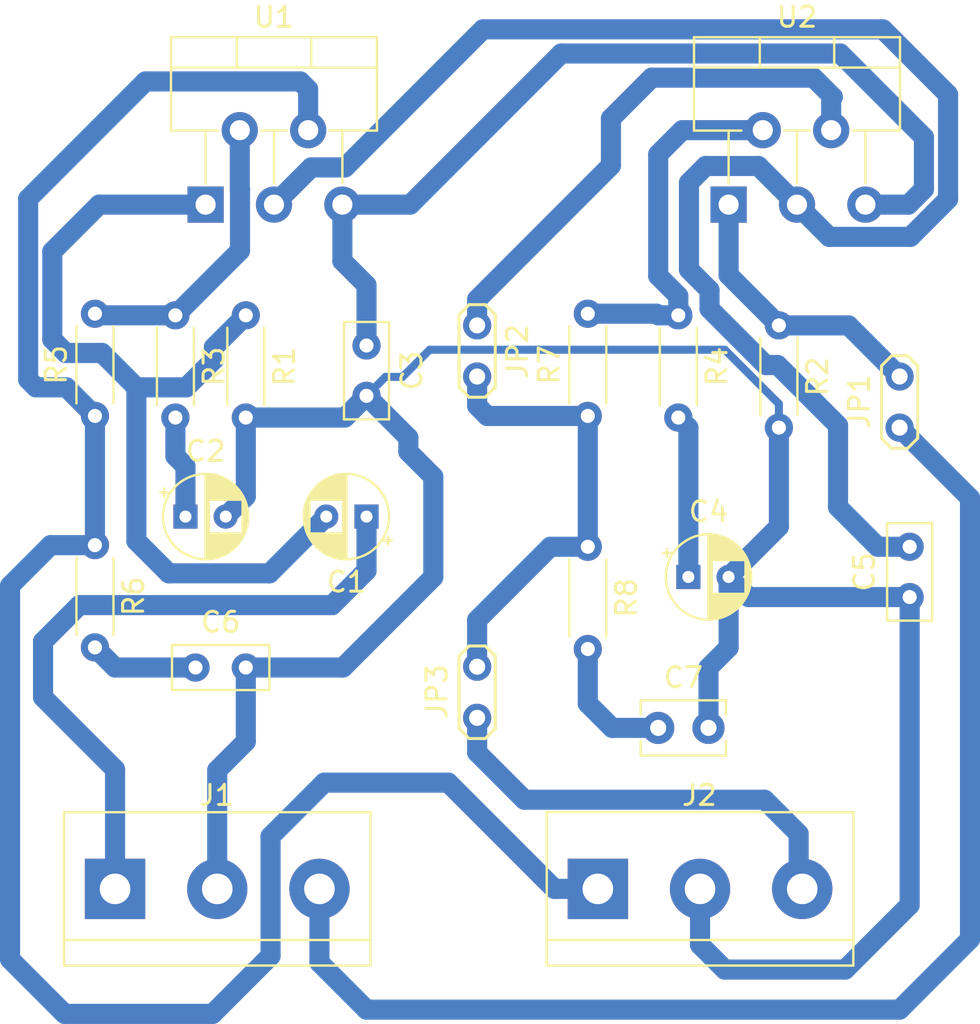
<source format=kicad_pcb>
(kicad_pcb (version 20171130) (host pcbnew "(5.1.6)-1")

  (general
    (thickness 1.6)
    (drawings 0)
    (tracks 158)
    (zones 0)
    (modules 22)
    (nets 18)
  )

  (page A4)
  (layers
    (0 F.Cu signal)
    (31 B.Cu signal)
    (32 B.Adhes user)
    (33 F.Adhes user)
    (34 B.Paste user)
    (35 F.Paste user)
    (36 B.SilkS user)
    (37 F.SilkS user)
    (38 B.Mask user)
    (39 F.Mask user)
    (40 Dwgs.User user)
    (41 Cmts.User user)
    (42 Eco1.User user)
    (43 Eco2.User user)
    (44 Edge.Cuts user)
    (45 Margin user)
    (46 B.CrtYd user)
    (47 F.CrtYd user)
    (48 B.Fab user)
    (49 F.Fab user)
  )

  (setup
    (last_trace_width 1)
    (user_trace_width 0.2)
    (user_trace_width 0.4)
    (user_trace_width 0.6)
    (user_trace_width 0.8)
    (user_trace_width 1)
    (user_trace_width 1.2)
    (trace_clearance 0.2)
    (zone_clearance 0.508)
    (zone_45_only no)
    (trace_min 0.2)
    (via_size 0.8)
    (via_drill 0.4)
    (via_min_size 0.4)
    (via_min_drill 0.3)
    (uvia_size 0.3)
    (uvia_drill 0.1)
    (uvias_allowed no)
    (uvia_min_size 0.2)
    (uvia_min_drill 0.1)
    (edge_width 0.05)
    (segment_width 0.2)
    (pcb_text_width 0.3)
    (pcb_text_size 1.5 1.5)
    (mod_edge_width 0.12)
    (mod_text_size 1 1)
    (mod_text_width 0.15)
    (pad_size 1.524 1.524)
    (pad_drill 0.762)
    (pad_to_mask_clearance 0.05)
    (aux_axis_origin 0 0)
    (visible_elements FFFFFF7F)
    (pcbplotparams
      (layerselection 0x010fc_ffffffff)
      (usegerberextensions false)
      (usegerberattributes true)
      (usegerberadvancedattributes true)
      (creategerberjobfile true)
      (excludeedgelayer true)
      (linewidth 0.100000)
      (plotframeref false)
      (viasonmask false)
      (mode 1)
      (useauxorigin false)
      (hpglpennumber 1)
      (hpglpenspeed 20)
      (hpglpendiameter 15.000000)
      (psnegative false)
      (psa4output false)
      (plotreference true)
      (plotvalue true)
      (plotinvisibletext false)
      (padsonsilk false)
      (subtractmaskfromsilk false)
      (outputformat 1)
      (mirror false)
      (drillshape 1)
      (scaleselection 1)
      (outputdirectory ""))
  )

  (net 0 "")
  (net 1 "Net-(C1-Pad2)")
  (net 2 "Net-(C1-Pad1)")
  (net 3 "Net-(C2-Pad1)")
  (net 4 GND)
  (net 5 +12V)
  (net 6 "Net-(C4-Pad1)")
  (net 7 -12V)
  (net 8 "Net-(C6-Pad1)")
  (net 9 "Net-(C7-Pad1)")
  (net 10 "Net-(J1-Pad3)")
  (net 11 "Net-(J2-Pad1)")
  (net 12 "Net-(J2-Pad3)")
  (net 13 "Net-(JP2-Pad1)")
  (net 14 "Net-(JP1-Pad2)")
  (net 15 "Net-(R3-Pad1)")
  (net 16 "Net-(R4-Pad1)")
  (net 17 "Net-(JP2-Pad2)")

  (net_class Default "This is the default net class."
    (clearance 0.2)
    (trace_width 0.25)
    (via_dia 0.8)
    (via_drill 0.4)
    (uvia_dia 0.3)
    (uvia_drill 0.1)
    (add_net +12V)
    (add_net -12V)
    (add_net GND)
    (add_net "Net-(C1-Pad1)")
    (add_net "Net-(C1-Pad2)")
    (add_net "Net-(C2-Pad1)")
    (add_net "Net-(C4-Pad1)")
    (add_net "Net-(C6-Pad1)")
    (add_net "Net-(C7-Pad1)")
    (add_net "Net-(J1-Pad3)")
    (add_net "Net-(J2-Pad1)")
    (add_net "Net-(J2-Pad3)")
    (add_net "Net-(JP1-Pad2)")
    (add_net "Net-(JP2-Pad1)")
    (add_net "Net-(JP2-Pad2)")
    (add_net "Net-(R3-Pad1)")
    (add_net "Net-(R4-Pad1)")
  )

  (module Capacitor_THT:CP_Radial_D4.0mm_P2.00mm (layer F.Cu) (tedit 5AE50EF0) (tstamp 5F535885)
    (at 133 70 180)
    (descr "CP, Radial series, Radial, pin pitch=2.00mm, , diameter=4mm, Electrolytic Capacitor")
    (tags "CP Radial series Radial pin pitch 2.00mm  diameter 4mm Electrolytic Capacitor")
    (path /5F5248BC)
    (fp_text reference C1 (at 1 -3.25) (layer F.SilkS)
      (effects (font (size 1 1) (thickness 0.15)))
    )
    (fp_text value 1uF (at 1 3.25) (layer F.Fab)
      (effects (font (size 1 1) (thickness 0.15)))
    )
    (fp_text user %R (at 1 0) (layer F.Fab)
      (effects (font (size 0.8 0.8) (thickness 0.12)))
    )
    (fp_circle (center 1 0) (end 3 0) (layer F.Fab) (width 0.1))
    (fp_circle (center 1 0) (end 3.12 0) (layer F.SilkS) (width 0.12))
    (fp_circle (center 1 0) (end 3.25 0) (layer F.CrtYd) (width 0.05))
    (fp_line (start -0.702554 -0.8675) (end -0.302554 -0.8675) (layer F.Fab) (width 0.1))
    (fp_line (start -0.502554 -1.0675) (end -0.502554 -0.6675) (layer F.Fab) (width 0.1))
    (fp_line (start 1 -2.08) (end 1 2.08) (layer F.SilkS) (width 0.12))
    (fp_line (start 1.04 -2.08) (end 1.04 2.08) (layer F.SilkS) (width 0.12))
    (fp_line (start 1.08 -2.079) (end 1.08 2.079) (layer F.SilkS) (width 0.12))
    (fp_line (start 1.12 -2.077) (end 1.12 2.077) (layer F.SilkS) (width 0.12))
    (fp_line (start 1.16 -2.074) (end 1.16 2.074) (layer F.SilkS) (width 0.12))
    (fp_line (start 1.2 -2.071) (end 1.2 -0.84) (layer F.SilkS) (width 0.12))
    (fp_line (start 1.2 0.84) (end 1.2 2.071) (layer F.SilkS) (width 0.12))
    (fp_line (start 1.24 -2.067) (end 1.24 -0.84) (layer F.SilkS) (width 0.12))
    (fp_line (start 1.24 0.84) (end 1.24 2.067) (layer F.SilkS) (width 0.12))
    (fp_line (start 1.28 -2.062) (end 1.28 -0.84) (layer F.SilkS) (width 0.12))
    (fp_line (start 1.28 0.84) (end 1.28 2.062) (layer F.SilkS) (width 0.12))
    (fp_line (start 1.32 -2.056) (end 1.32 -0.84) (layer F.SilkS) (width 0.12))
    (fp_line (start 1.32 0.84) (end 1.32 2.056) (layer F.SilkS) (width 0.12))
    (fp_line (start 1.36 -2.05) (end 1.36 -0.84) (layer F.SilkS) (width 0.12))
    (fp_line (start 1.36 0.84) (end 1.36 2.05) (layer F.SilkS) (width 0.12))
    (fp_line (start 1.4 -2.042) (end 1.4 -0.84) (layer F.SilkS) (width 0.12))
    (fp_line (start 1.4 0.84) (end 1.4 2.042) (layer F.SilkS) (width 0.12))
    (fp_line (start 1.44 -2.034) (end 1.44 -0.84) (layer F.SilkS) (width 0.12))
    (fp_line (start 1.44 0.84) (end 1.44 2.034) (layer F.SilkS) (width 0.12))
    (fp_line (start 1.48 -2.025) (end 1.48 -0.84) (layer F.SilkS) (width 0.12))
    (fp_line (start 1.48 0.84) (end 1.48 2.025) (layer F.SilkS) (width 0.12))
    (fp_line (start 1.52 -2.016) (end 1.52 -0.84) (layer F.SilkS) (width 0.12))
    (fp_line (start 1.52 0.84) (end 1.52 2.016) (layer F.SilkS) (width 0.12))
    (fp_line (start 1.56 -2.005) (end 1.56 -0.84) (layer F.SilkS) (width 0.12))
    (fp_line (start 1.56 0.84) (end 1.56 2.005) (layer F.SilkS) (width 0.12))
    (fp_line (start 1.6 -1.994) (end 1.6 -0.84) (layer F.SilkS) (width 0.12))
    (fp_line (start 1.6 0.84) (end 1.6 1.994) (layer F.SilkS) (width 0.12))
    (fp_line (start 1.64 -1.982) (end 1.64 -0.84) (layer F.SilkS) (width 0.12))
    (fp_line (start 1.64 0.84) (end 1.64 1.982) (layer F.SilkS) (width 0.12))
    (fp_line (start 1.68 -1.968) (end 1.68 -0.84) (layer F.SilkS) (width 0.12))
    (fp_line (start 1.68 0.84) (end 1.68 1.968) (layer F.SilkS) (width 0.12))
    (fp_line (start 1.721 -1.954) (end 1.721 -0.84) (layer F.SilkS) (width 0.12))
    (fp_line (start 1.721 0.84) (end 1.721 1.954) (layer F.SilkS) (width 0.12))
    (fp_line (start 1.761 -1.94) (end 1.761 -0.84) (layer F.SilkS) (width 0.12))
    (fp_line (start 1.761 0.84) (end 1.761 1.94) (layer F.SilkS) (width 0.12))
    (fp_line (start 1.801 -1.924) (end 1.801 -0.84) (layer F.SilkS) (width 0.12))
    (fp_line (start 1.801 0.84) (end 1.801 1.924) (layer F.SilkS) (width 0.12))
    (fp_line (start 1.841 -1.907) (end 1.841 -0.84) (layer F.SilkS) (width 0.12))
    (fp_line (start 1.841 0.84) (end 1.841 1.907) (layer F.SilkS) (width 0.12))
    (fp_line (start 1.881 -1.889) (end 1.881 -0.84) (layer F.SilkS) (width 0.12))
    (fp_line (start 1.881 0.84) (end 1.881 1.889) (layer F.SilkS) (width 0.12))
    (fp_line (start 1.921 -1.87) (end 1.921 -0.84) (layer F.SilkS) (width 0.12))
    (fp_line (start 1.921 0.84) (end 1.921 1.87) (layer F.SilkS) (width 0.12))
    (fp_line (start 1.961 -1.851) (end 1.961 -0.84) (layer F.SilkS) (width 0.12))
    (fp_line (start 1.961 0.84) (end 1.961 1.851) (layer F.SilkS) (width 0.12))
    (fp_line (start 2.001 -1.83) (end 2.001 -0.84) (layer F.SilkS) (width 0.12))
    (fp_line (start 2.001 0.84) (end 2.001 1.83) (layer F.SilkS) (width 0.12))
    (fp_line (start 2.041 -1.808) (end 2.041 -0.84) (layer F.SilkS) (width 0.12))
    (fp_line (start 2.041 0.84) (end 2.041 1.808) (layer F.SilkS) (width 0.12))
    (fp_line (start 2.081 -1.785) (end 2.081 -0.84) (layer F.SilkS) (width 0.12))
    (fp_line (start 2.081 0.84) (end 2.081 1.785) (layer F.SilkS) (width 0.12))
    (fp_line (start 2.121 -1.76) (end 2.121 -0.84) (layer F.SilkS) (width 0.12))
    (fp_line (start 2.121 0.84) (end 2.121 1.76) (layer F.SilkS) (width 0.12))
    (fp_line (start 2.161 -1.735) (end 2.161 -0.84) (layer F.SilkS) (width 0.12))
    (fp_line (start 2.161 0.84) (end 2.161 1.735) (layer F.SilkS) (width 0.12))
    (fp_line (start 2.201 -1.708) (end 2.201 -0.84) (layer F.SilkS) (width 0.12))
    (fp_line (start 2.201 0.84) (end 2.201 1.708) (layer F.SilkS) (width 0.12))
    (fp_line (start 2.241 -1.68) (end 2.241 -0.84) (layer F.SilkS) (width 0.12))
    (fp_line (start 2.241 0.84) (end 2.241 1.68) (layer F.SilkS) (width 0.12))
    (fp_line (start 2.281 -1.65) (end 2.281 -0.84) (layer F.SilkS) (width 0.12))
    (fp_line (start 2.281 0.84) (end 2.281 1.65) (layer F.SilkS) (width 0.12))
    (fp_line (start 2.321 -1.619) (end 2.321 -0.84) (layer F.SilkS) (width 0.12))
    (fp_line (start 2.321 0.84) (end 2.321 1.619) (layer F.SilkS) (width 0.12))
    (fp_line (start 2.361 -1.587) (end 2.361 -0.84) (layer F.SilkS) (width 0.12))
    (fp_line (start 2.361 0.84) (end 2.361 1.587) (layer F.SilkS) (width 0.12))
    (fp_line (start 2.401 -1.552) (end 2.401 -0.84) (layer F.SilkS) (width 0.12))
    (fp_line (start 2.401 0.84) (end 2.401 1.552) (layer F.SilkS) (width 0.12))
    (fp_line (start 2.441 -1.516) (end 2.441 -0.84) (layer F.SilkS) (width 0.12))
    (fp_line (start 2.441 0.84) (end 2.441 1.516) (layer F.SilkS) (width 0.12))
    (fp_line (start 2.481 -1.478) (end 2.481 -0.84) (layer F.SilkS) (width 0.12))
    (fp_line (start 2.481 0.84) (end 2.481 1.478) (layer F.SilkS) (width 0.12))
    (fp_line (start 2.521 -1.438) (end 2.521 -0.84) (layer F.SilkS) (width 0.12))
    (fp_line (start 2.521 0.84) (end 2.521 1.438) (layer F.SilkS) (width 0.12))
    (fp_line (start 2.561 -1.396) (end 2.561 -0.84) (layer F.SilkS) (width 0.12))
    (fp_line (start 2.561 0.84) (end 2.561 1.396) (layer F.SilkS) (width 0.12))
    (fp_line (start 2.601 -1.351) (end 2.601 -0.84) (layer F.SilkS) (width 0.12))
    (fp_line (start 2.601 0.84) (end 2.601 1.351) (layer F.SilkS) (width 0.12))
    (fp_line (start 2.641 -1.304) (end 2.641 -0.84) (layer F.SilkS) (width 0.12))
    (fp_line (start 2.641 0.84) (end 2.641 1.304) (layer F.SilkS) (width 0.12))
    (fp_line (start 2.681 -1.254) (end 2.681 -0.84) (layer F.SilkS) (width 0.12))
    (fp_line (start 2.681 0.84) (end 2.681 1.254) (layer F.SilkS) (width 0.12))
    (fp_line (start 2.721 -1.2) (end 2.721 -0.84) (layer F.SilkS) (width 0.12))
    (fp_line (start 2.721 0.84) (end 2.721 1.2) (layer F.SilkS) (width 0.12))
    (fp_line (start 2.761 -1.142) (end 2.761 -0.84) (layer F.SilkS) (width 0.12))
    (fp_line (start 2.761 0.84) (end 2.761 1.142) (layer F.SilkS) (width 0.12))
    (fp_line (start 2.801 -1.08) (end 2.801 -0.84) (layer F.SilkS) (width 0.12))
    (fp_line (start 2.801 0.84) (end 2.801 1.08) (layer F.SilkS) (width 0.12))
    (fp_line (start 2.841 -1.013) (end 2.841 1.013) (layer F.SilkS) (width 0.12))
    (fp_line (start 2.881 -0.94) (end 2.881 0.94) (layer F.SilkS) (width 0.12))
    (fp_line (start 2.921 -0.859) (end 2.921 0.859) (layer F.SilkS) (width 0.12))
    (fp_line (start 2.961 -0.768) (end 2.961 0.768) (layer F.SilkS) (width 0.12))
    (fp_line (start 3.001 -0.664) (end 3.001 0.664) (layer F.SilkS) (width 0.12))
    (fp_line (start 3.041 -0.537) (end 3.041 0.537) (layer F.SilkS) (width 0.12))
    (fp_line (start 3.081 -0.37) (end 3.081 0.37) (layer F.SilkS) (width 0.12))
    (fp_line (start -1.269801 -1.195) (end -0.869801 -1.195) (layer F.SilkS) (width 0.12))
    (fp_line (start -1.069801 -1.395) (end -1.069801 -0.995) (layer F.SilkS) (width 0.12))
    (pad 2 thru_hole circle (at 2 0 180) (size 1.2 1.2) (drill 0.6) (layers *.Cu *.Mask)
      (net 1 "Net-(C1-Pad2)"))
    (pad 1 thru_hole rect (at 0 0 180) (size 1.2 1.2) (drill 0.6) (layers *.Cu *.Mask)
      (net 2 "Net-(C1-Pad1)"))
    (model ${KISYS3DMOD}/Capacitor_THT.3dshapes/CP_Radial_D4.0mm_P2.00mm.wrl
      (at (xyz 0 0 0))
      (scale (xyz 1 1 1))
      (rotate (xyz 0 0 0))
    )
  )

  (module Capacitor_THT:CP_Radial_D4.0mm_P2.00mm (layer F.Cu) (tedit 5AE50EF0) (tstamp 5F5349E6)
    (at 124 70)
    (descr "CP, Radial series, Radial, pin pitch=2.00mm, , diameter=4mm, Electrolytic Capacitor")
    (tags "CP Radial series Radial pin pitch 2.00mm  diameter 4mm Electrolytic Capacitor")
    (path /5F52598C)
    (fp_text reference C2 (at 1 -3.25) (layer F.SilkS)
      (effects (font (size 1 1) (thickness 0.15)))
    )
    (fp_text value 22uF (at 1 3.25) (layer F.Fab)
      (effects (font (size 1 1) (thickness 0.15)))
    )
    (fp_line (start -1.069801 -1.395) (end -1.069801 -0.995) (layer F.SilkS) (width 0.12))
    (fp_line (start -1.269801 -1.195) (end -0.869801 -1.195) (layer F.SilkS) (width 0.12))
    (fp_line (start 3.081 -0.37) (end 3.081 0.37) (layer F.SilkS) (width 0.12))
    (fp_line (start 3.041 -0.537) (end 3.041 0.537) (layer F.SilkS) (width 0.12))
    (fp_line (start 3.001 -0.664) (end 3.001 0.664) (layer F.SilkS) (width 0.12))
    (fp_line (start 2.961 -0.768) (end 2.961 0.768) (layer F.SilkS) (width 0.12))
    (fp_line (start 2.921 -0.859) (end 2.921 0.859) (layer F.SilkS) (width 0.12))
    (fp_line (start 2.881 -0.94) (end 2.881 0.94) (layer F.SilkS) (width 0.12))
    (fp_line (start 2.841 -1.013) (end 2.841 1.013) (layer F.SilkS) (width 0.12))
    (fp_line (start 2.801 0.84) (end 2.801 1.08) (layer F.SilkS) (width 0.12))
    (fp_line (start 2.801 -1.08) (end 2.801 -0.84) (layer F.SilkS) (width 0.12))
    (fp_line (start 2.761 0.84) (end 2.761 1.142) (layer F.SilkS) (width 0.12))
    (fp_line (start 2.761 -1.142) (end 2.761 -0.84) (layer F.SilkS) (width 0.12))
    (fp_line (start 2.721 0.84) (end 2.721 1.2) (layer F.SilkS) (width 0.12))
    (fp_line (start 2.721 -1.2) (end 2.721 -0.84) (layer F.SilkS) (width 0.12))
    (fp_line (start 2.681 0.84) (end 2.681 1.254) (layer F.SilkS) (width 0.12))
    (fp_line (start 2.681 -1.254) (end 2.681 -0.84) (layer F.SilkS) (width 0.12))
    (fp_line (start 2.641 0.84) (end 2.641 1.304) (layer F.SilkS) (width 0.12))
    (fp_line (start 2.641 -1.304) (end 2.641 -0.84) (layer F.SilkS) (width 0.12))
    (fp_line (start 2.601 0.84) (end 2.601 1.351) (layer F.SilkS) (width 0.12))
    (fp_line (start 2.601 -1.351) (end 2.601 -0.84) (layer F.SilkS) (width 0.12))
    (fp_line (start 2.561 0.84) (end 2.561 1.396) (layer F.SilkS) (width 0.12))
    (fp_line (start 2.561 -1.396) (end 2.561 -0.84) (layer F.SilkS) (width 0.12))
    (fp_line (start 2.521 0.84) (end 2.521 1.438) (layer F.SilkS) (width 0.12))
    (fp_line (start 2.521 -1.438) (end 2.521 -0.84) (layer F.SilkS) (width 0.12))
    (fp_line (start 2.481 0.84) (end 2.481 1.478) (layer F.SilkS) (width 0.12))
    (fp_line (start 2.481 -1.478) (end 2.481 -0.84) (layer F.SilkS) (width 0.12))
    (fp_line (start 2.441 0.84) (end 2.441 1.516) (layer F.SilkS) (width 0.12))
    (fp_line (start 2.441 -1.516) (end 2.441 -0.84) (layer F.SilkS) (width 0.12))
    (fp_line (start 2.401 0.84) (end 2.401 1.552) (layer F.SilkS) (width 0.12))
    (fp_line (start 2.401 -1.552) (end 2.401 -0.84) (layer F.SilkS) (width 0.12))
    (fp_line (start 2.361 0.84) (end 2.361 1.587) (layer F.SilkS) (width 0.12))
    (fp_line (start 2.361 -1.587) (end 2.361 -0.84) (layer F.SilkS) (width 0.12))
    (fp_line (start 2.321 0.84) (end 2.321 1.619) (layer F.SilkS) (width 0.12))
    (fp_line (start 2.321 -1.619) (end 2.321 -0.84) (layer F.SilkS) (width 0.12))
    (fp_line (start 2.281 0.84) (end 2.281 1.65) (layer F.SilkS) (width 0.12))
    (fp_line (start 2.281 -1.65) (end 2.281 -0.84) (layer F.SilkS) (width 0.12))
    (fp_line (start 2.241 0.84) (end 2.241 1.68) (layer F.SilkS) (width 0.12))
    (fp_line (start 2.241 -1.68) (end 2.241 -0.84) (layer F.SilkS) (width 0.12))
    (fp_line (start 2.201 0.84) (end 2.201 1.708) (layer F.SilkS) (width 0.12))
    (fp_line (start 2.201 -1.708) (end 2.201 -0.84) (layer F.SilkS) (width 0.12))
    (fp_line (start 2.161 0.84) (end 2.161 1.735) (layer F.SilkS) (width 0.12))
    (fp_line (start 2.161 -1.735) (end 2.161 -0.84) (layer F.SilkS) (width 0.12))
    (fp_line (start 2.121 0.84) (end 2.121 1.76) (layer F.SilkS) (width 0.12))
    (fp_line (start 2.121 -1.76) (end 2.121 -0.84) (layer F.SilkS) (width 0.12))
    (fp_line (start 2.081 0.84) (end 2.081 1.785) (layer F.SilkS) (width 0.12))
    (fp_line (start 2.081 -1.785) (end 2.081 -0.84) (layer F.SilkS) (width 0.12))
    (fp_line (start 2.041 0.84) (end 2.041 1.808) (layer F.SilkS) (width 0.12))
    (fp_line (start 2.041 -1.808) (end 2.041 -0.84) (layer F.SilkS) (width 0.12))
    (fp_line (start 2.001 0.84) (end 2.001 1.83) (layer F.SilkS) (width 0.12))
    (fp_line (start 2.001 -1.83) (end 2.001 -0.84) (layer F.SilkS) (width 0.12))
    (fp_line (start 1.961 0.84) (end 1.961 1.851) (layer F.SilkS) (width 0.12))
    (fp_line (start 1.961 -1.851) (end 1.961 -0.84) (layer F.SilkS) (width 0.12))
    (fp_line (start 1.921 0.84) (end 1.921 1.87) (layer F.SilkS) (width 0.12))
    (fp_line (start 1.921 -1.87) (end 1.921 -0.84) (layer F.SilkS) (width 0.12))
    (fp_line (start 1.881 0.84) (end 1.881 1.889) (layer F.SilkS) (width 0.12))
    (fp_line (start 1.881 -1.889) (end 1.881 -0.84) (layer F.SilkS) (width 0.12))
    (fp_line (start 1.841 0.84) (end 1.841 1.907) (layer F.SilkS) (width 0.12))
    (fp_line (start 1.841 -1.907) (end 1.841 -0.84) (layer F.SilkS) (width 0.12))
    (fp_line (start 1.801 0.84) (end 1.801 1.924) (layer F.SilkS) (width 0.12))
    (fp_line (start 1.801 -1.924) (end 1.801 -0.84) (layer F.SilkS) (width 0.12))
    (fp_line (start 1.761 0.84) (end 1.761 1.94) (layer F.SilkS) (width 0.12))
    (fp_line (start 1.761 -1.94) (end 1.761 -0.84) (layer F.SilkS) (width 0.12))
    (fp_line (start 1.721 0.84) (end 1.721 1.954) (layer F.SilkS) (width 0.12))
    (fp_line (start 1.721 -1.954) (end 1.721 -0.84) (layer F.SilkS) (width 0.12))
    (fp_line (start 1.68 0.84) (end 1.68 1.968) (layer F.SilkS) (width 0.12))
    (fp_line (start 1.68 -1.968) (end 1.68 -0.84) (layer F.SilkS) (width 0.12))
    (fp_line (start 1.64 0.84) (end 1.64 1.982) (layer F.SilkS) (width 0.12))
    (fp_line (start 1.64 -1.982) (end 1.64 -0.84) (layer F.SilkS) (width 0.12))
    (fp_line (start 1.6 0.84) (end 1.6 1.994) (layer F.SilkS) (width 0.12))
    (fp_line (start 1.6 -1.994) (end 1.6 -0.84) (layer F.SilkS) (width 0.12))
    (fp_line (start 1.56 0.84) (end 1.56 2.005) (layer F.SilkS) (width 0.12))
    (fp_line (start 1.56 -2.005) (end 1.56 -0.84) (layer F.SilkS) (width 0.12))
    (fp_line (start 1.52 0.84) (end 1.52 2.016) (layer F.SilkS) (width 0.12))
    (fp_line (start 1.52 -2.016) (end 1.52 -0.84) (layer F.SilkS) (width 0.12))
    (fp_line (start 1.48 0.84) (end 1.48 2.025) (layer F.SilkS) (width 0.12))
    (fp_line (start 1.48 -2.025) (end 1.48 -0.84) (layer F.SilkS) (width 0.12))
    (fp_line (start 1.44 0.84) (end 1.44 2.034) (layer F.SilkS) (width 0.12))
    (fp_line (start 1.44 -2.034) (end 1.44 -0.84) (layer F.SilkS) (width 0.12))
    (fp_line (start 1.4 0.84) (end 1.4 2.042) (layer F.SilkS) (width 0.12))
    (fp_line (start 1.4 -2.042) (end 1.4 -0.84) (layer F.SilkS) (width 0.12))
    (fp_line (start 1.36 0.84) (end 1.36 2.05) (layer F.SilkS) (width 0.12))
    (fp_line (start 1.36 -2.05) (end 1.36 -0.84) (layer F.SilkS) (width 0.12))
    (fp_line (start 1.32 0.84) (end 1.32 2.056) (layer F.SilkS) (width 0.12))
    (fp_line (start 1.32 -2.056) (end 1.32 -0.84) (layer F.SilkS) (width 0.12))
    (fp_line (start 1.28 0.84) (end 1.28 2.062) (layer F.SilkS) (width 0.12))
    (fp_line (start 1.28 -2.062) (end 1.28 -0.84) (layer F.SilkS) (width 0.12))
    (fp_line (start 1.24 0.84) (end 1.24 2.067) (layer F.SilkS) (width 0.12))
    (fp_line (start 1.24 -2.067) (end 1.24 -0.84) (layer F.SilkS) (width 0.12))
    (fp_line (start 1.2 0.84) (end 1.2 2.071) (layer F.SilkS) (width 0.12))
    (fp_line (start 1.2 -2.071) (end 1.2 -0.84) (layer F.SilkS) (width 0.12))
    (fp_line (start 1.16 -2.074) (end 1.16 2.074) (layer F.SilkS) (width 0.12))
    (fp_line (start 1.12 -2.077) (end 1.12 2.077) (layer F.SilkS) (width 0.12))
    (fp_line (start 1.08 -2.079) (end 1.08 2.079) (layer F.SilkS) (width 0.12))
    (fp_line (start 1.04 -2.08) (end 1.04 2.08) (layer F.SilkS) (width 0.12))
    (fp_line (start 1 -2.08) (end 1 2.08) (layer F.SilkS) (width 0.12))
    (fp_line (start -0.502554 -1.0675) (end -0.502554 -0.6675) (layer F.Fab) (width 0.1))
    (fp_line (start -0.702554 -0.8675) (end -0.302554 -0.8675) (layer F.Fab) (width 0.1))
    (fp_circle (center 1 0) (end 3.25 0) (layer F.CrtYd) (width 0.05))
    (fp_circle (center 1 0) (end 3.12 0) (layer F.SilkS) (width 0.12))
    (fp_circle (center 1 0) (end 3 0) (layer F.Fab) (width 0.1))
    (fp_text user %R (at 1 0) (layer F.Fab)
      (effects (font (size 0.8 0.8) (thickness 0.12)))
    )
    (pad 1 thru_hole rect (at 0 0) (size 1.2 1.2) (drill 0.6) (layers *.Cu *.Mask)
      (net 3 "Net-(C2-Pad1)"))
    (pad 2 thru_hole circle (at 2 0) (size 1.2 1.2) (drill 0.6) (layers *.Cu *.Mask)
      (net 4 GND))
    (model ${KISYS3DMOD}/Capacitor_THT.3dshapes/CP_Radial_D4.0mm_P2.00mm.wrl
      (at (xyz 0 0 0))
      (scale (xyz 1 1 1))
      (rotate (xyz 0 0 0))
    )
  )

  (module Capacitor_THT:C_Rect_L4.6mm_W2.0mm_P2.50mm_MKS02_FKP02 (layer F.Cu) (tedit 5AE50EF0) (tstamp 5F5349F9)
    (at 133 61.5 270)
    (descr "C, Rect series, Radial, pin pitch=2.50mm, , length*width=4.6*2mm^2, Capacitor, http://www.wima.de/DE/WIMA_MKS_02.pdf")
    (tags "C Rect series Radial pin pitch 2.50mm  length 4.6mm width 2mm Capacitor")
    (path /5F52E451)
    (fp_text reference C3 (at 1.25 -2.25 90) (layer F.SilkS)
      (effects (font (size 1 1) (thickness 0.15)))
    )
    (fp_text value 104J (at 1.25 2.25 90) (layer F.Fab)
      (effects (font (size 1 1) (thickness 0.15)))
    )
    (fp_text user %R (at 1.25 0 90) (layer F.Fab)
      (effects (font (size 0.92 0.92) (thickness 0.138)))
    )
    (fp_line (start -1.05 -1) (end -1.05 1) (layer F.Fab) (width 0.1))
    (fp_line (start -1.05 1) (end 3.55 1) (layer F.Fab) (width 0.1))
    (fp_line (start 3.55 1) (end 3.55 -1) (layer F.Fab) (width 0.1))
    (fp_line (start 3.55 -1) (end -1.05 -1) (layer F.Fab) (width 0.1))
    (fp_line (start -1.17 -1.12) (end 3.67 -1.12) (layer F.SilkS) (width 0.12))
    (fp_line (start -1.17 1.12) (end 3.67 1.12) (layer F.SilkS) (width 0.12))
    (fp_line (start -1.17 -1.12) (end -1.17 1.12) (layer F.SilkS) (width 0.12))
    (fp_line (start 3.67 -1.12) (end 3.67 1.12) (layer F.SilkS) (width 0.12))
    (fp_line (start -1.3 -1.25) (end -1.3 1.25) (layer F.CrtYd) (width 0.05))
    (fp_line (start -1.3 1.25) (end 3.8 1.25) (layer F.CrtYd) (width 0.05))
    (fp_line (start 3.8 1.25) (end 3.8 -1.25) (layer F.CrtYd) (width 0.05))
    (fp_line (start 3.8 -1.25) (end -1.3 -1.25) (layer F.CrtYd) (width 0.05))
    (pad 2 thru_hole circle (at 2.5 0 270) (size 1.4 1.4) (drill 0.7) (layers *.Cu *.Mask)
      (net 4 GND))
    (pad 1 thru_hole circle (at 0 0 270) (size 1.4 1.4) (drill 0.7) (layers *.Cu *.Mask)
      (net 5 +12V))
    (model ${KISYS3DMOD}/Capacitor_THT.3dshapes/C_Rect_L4.6mm_W2.0mm_P2.50mm_MKS02_FKP02.wrl
      (at (xyz 0 0 0))
      (scale (xyz 1 1 1))
      (rotate (xyz 0 0 0))
    )
  )

  (module Capacitor_THT:CP_Radial_D4.0mm_P2.00mm (layer F.Cu) (tedit 5AE50EF0) (tstamp 5F534A65)
    (at 149 73)
    (descr "CP, Radial series, Radial, pin pitch=2.00mm, , diameter=4mm, Electrolytic Capacitor")
    (tags "CP Radial series Radial pin pitch 2.00mm  diameter 4mm Electrolytic Capacitor")
    (path /5F528D92)
    (fp_text reference C4 (at 1 -3.25) (layer F.SilkS)
      (effects (font (size 1 1) (thickness 0.15)))
    )
    (fp_text value 22uF (at 1 3.25) (layer F.Fab)
      (effects (font (size 1 1) (thickness 0.15)))
    )
    (fp_line (start -1.069801 -1.395) (end -1.069801 -0.995) (layer F.SilkS) (width 0.12))
    (fp_line (start -1.269801 -1.195) (end -0.869801 -1.195) (layer F.SilkS) (width 0.12))
    (fp_line (start 3.081 -0.37) (end 3.081 0.37) (layer F.SilkS) (width 0.12))
    (fp_line (start 3.041 -0.537) (end 3.041 0.537) (layer F.SilkS) (width 0.12))
    (fp_line (start 3.001 -0.664) (end 3.001 0.664) (layer F.SilkS) (width 0.12))
    (fp_line (start 2.961 -0.768) (end 2.961 0.768) (layer F.SilkS) (width 0.12))
    (fp_line (start 2.921 -0.859) (end 2.921 0.859) (layer F.SilkS) (width 0.12))
    (fp_line (start 2.881 -0.94) (end 2.881 0.94) (layer F.SilkS) (width 0.12))
    (fp_line (start 2.841 -1.013) (end 2.841 1.013) (layer F.SilkS) (width 0.12))
    (fp_line (start 2.801 0.84) (end 2.801 1.08) (layer F.SilkS) (width 0.12))
    (fp_line (start 2.801 -1.08) (end 2.801 -0.84) (layer F.SilkS) (width 0.12))
    (fp_line (start 2.761 0.84) (end 2.761 1.142) (layer F.SilkS) (width 0.12))
    (fp_line (start 2.761 -1.142) (end 2.761 -0.84) (layer F.SilkS) (width 0.12))
    (fp_line (start 2.721 0.84) (end 2.721 1.2) (layer F.SilkS) (width 0.12))
    (fp_line (start 2.721 -1.2) (end 2.721 -0.84) (layer F.SilkS) (width 0.12))
    (fp_line (start 2.681 0.84) (end 2.681 1.254) (layer F.SilkS) (width 0.12))
    (fp_line (start 2.681 -1.254) (end 2.681 -0.84) (layer F.SilkS) (width 0.12))
    (fp_line (start 2.641 0.84) (end 2.641 1.304) (layer F.SilkS) (width 0.12))
    (fp_line (start 2.641 -1.304) (end 2.641 -0.84) (layer F.SilkS) (width 0.12))
    (fp_line (start 2.601 0.84) (end 2.601 1.351) (layer F.SilkS) (width 0.12))
    (fp_line (start 2.601 -1.351) (end 2.601 -0.84) (layer F.SilkS) (width 0.12))
    (fp_line (start 2.561 0.84) (end 2.561 1.396) (layer F.SilkS) (width 0.12))
    (fp_line (start 2.561 -1.396) (end 2.561 -0.84) (layer F.SilkS) (width 0.12))
    (fp_line (start 2.521 0.84) (end 2.521 1.438) (layer F.SilkS) (width 0.12))
    (fp_line (start 2.521 -1.438) (end 2.521 -0.84) (layer F.SilkS) (width 0.12))
    (fp_line (start 2.481 0.84) (end 2.481 1.478) (layer F.SilkS) (width 0.12))
    (fp_line (start 2.481 -1.478) (end 2.481 -0.84) (layer F.SilkS) (width 0.12))
    (fp_line (start 2.441 0.84) (end 2.441 1.516) (layer F.SilkS) (width 0.12))
    (fp_line (start 2.441 -1.516) (end 2.441 -0.84) (layer F.SilkS) (width 0.12))
    (fp_line (start 2.401 0.84) (end 2.401 1.552) (layer F.SilkS) (width 0.12))
    (fp_line (start 2.401 -1.552) (end 2.401 -0.84) (layer F.SilkS) (width 0.12))
    (fp_line (start 2.361 0.84) (end 2.361 1.587) (layer F.SilkS) (width 0.12))
    (fp_line (start 2.361 -1.587) (end 2.361 -0.84) (layer F.SilkS) (width 0.12))
    (fp_line (start 2.321 0.84) (end 2.321 1.619) (layer F.SilkS) (width 0.12))
    (fp_line (start 2.321 -1.619) (end 2.321 -0.84) (layer F.SilkS) (width 0.12))
    (fp_line (start 2.281 0.84) (end 2.281 1.65) (layer F.SilkS) (width 0.12))
    (fp_line (start 2.281 -1.65) (end 2.281 -0.84) (layer F.SilkS) (width 0.12))
    (fp_line (start 2.241 0.84) (end 2.241 1.68) (layer F.SilkS) (width 0.12))
    (fp_line (start 2.241 -1.68) (end 2.241 -0.84) (layer F.SilkS) (width 0.12))
    (fp_line (start 2.201 0.84) (end 2.201 1.708) (layer F.SilkS) (width 0.12))
    (fp_line (start 2.201 -1.708) (end 2.201 -0.84) (layer F.SilkS) (width 0.12))
    (fp_line (start 2.161 0.84) (end 2.161 1.735) (layer F.SilkS) (width 0.12))
    (fp_line (start 2.161 -1.735) (end 2.161 -0.84) (layer F.SilkS) (width 0.12))
    (fp_line (start 2.121 0.84) (end 2.121 1.76) (layer F.SilkS) (width 0.12))
    (fp_line (start 2.121 -1.76) (end 2.121 -0.84) (layer F.SilkS) (width 0.12))
    (fp_line (start 2.081 0.84) (end 2.081 1.785) (layer F.SilkS) (width 0.12))
    (fp_line (start 2.081 -1.785) (end 2.081 -0.84) (layer F.SilkS) (width 0.12))
    (fp_line (start 2.041 0.84) (end 2.041 1.808) (layer F.SilkS) (width 0.12))
    (fp_line (start 2.041 -1.808) (end 2.041 -0.84) (layer F.SilkS) (width 0.12))
    (fp_line (start 2.001 0.84) (end 2.001 1.83) (layer F.SilkS) (width 0.12))
    (fp_line (start 2.001 -1.83) (end 2.001 -0.84) (layer F.SilkS) (width 0.12))
    (fp_line (start 1.961 0.84) (end 1.961 1.851) (layer F.SilkS) (width 0.12))
    (fp_line (start 1.961 -1.851) (end 1.961 -0.84) (layer F.SilkS) (width 0.12))
    (fp_line (start 1.921 0.84) (end 1.921 1.87) (layer F.SilkS) (width 0.12))
    (fp_line (start 1.921 -1.87) (end 1.921 -0.84) (layer F.SilkS) (width 0.12))
    (fp_line (start 1.881 0.84) (end 1.881 1.889) (layer F.SilkS) (width 0.12))
    (fp_line (start 1.881 -1.889) (end 1.881 -0.84) (layer F.SilkS) (width 0.12))
    (fp_line (start 1.841 0.84) (end 1.841 1.907) (layer F.SilkS) (width 0.12))
    (fp_line (start 1.841 -1.907) (end 1.841 -0.84) (layer F.SilkS) (width 0.12))
    (fp_line (start 1.801 0.84) (end 1.801 1.924) (layer F.SilkS) (width 0.12))
    (fp_line (start 1.801 -1.924) (end 1.801 -0.84) (layer F.SilkS) (width 0.12))
    (fp_line (start 1.761 0.84) (end 1.761 1.94) (layer F.SilkS) (width 0.12))
    (fp_line (start 1.761 -1.94) (end 1.761 -0.84) (layer F.SilkS) (width 0.12))
    (fp_line (start 1.721 0.84) (end 1.721 1.954) (layer F.SilkS) (width 0.12))
    (fp_line (start 1.721 -1.954) (end 1.721 -0.84) (layer F.SilkS) (width 0.12))
    (fp_line (start 1.68 0.84) (end 1.68 1.968) (layer F.SilkS) (width 0.12))
    (fp_line (start 1.68 -1.968) (end 1.68 -0.84) (layer F.SilkS) (width 0.12))
    (fp_line (start 1.64 0.84) (end 1.64 1.982) (layer F.SilkS) (width 0.12))
    (fp_line (start 1.64 -1.982) (end 1.64 -0.84) (layer F.SilkS) (width 0.12))
    (fp_line (start 1.6 0.84) (end 1.6 1.994) (layer F.SilkS) (width 0.12))
    (fp_line (start 1.6 -1.994) (end 1.6 -0.84) (layer F.SilkS) (width 0.12))
    (fp_line (start 1.56 0.84) (end 1.56 2.005) (layer F.SilkS) (width 0.12))
    (fp_line (start 1.56 -2.005) (end 1.56 -0.84) (layer F.SilkS) (width 0.12))
    (fp_line (start 1.52 0.84) (end 1.52 2.016) (layer F.SilkS) (width 0.12))
    (fp_line (start 1.52 -2.016) (end 1.52 -0.84) (layer F.SilkS) (width 0.12))
    (fp_line (start 1.48 0.84) (end 1.48 2.025) (layer F.SilkS) (width 0.12))
    (fp_line (start 1.48 -2.025) (end 1.48 -0.84) (layer F.SilkS) (width 0.12))
    (fp_line (start 1.44 0.84) (end 1.44 2.034) (layer F.SilkS) (width 0.12))
    (fp_line (start 1.44 -2.034) (end 1.44 -0.84) (layer F.SilkS) (width 0.12))
    (fp_line (start 1.4 0.84) (end 1.4 2.042) (layer F.SilkS) (width 0.12))
    (fp_line (start 1.4 -2.042) (end 1.4 -0.84) (layer F.SilkS) (width 0.12))
    (fp_line (start 1.36 0.84) (end 1.36 2.05) (layer F.SilkS) (width 0.12))
    (fp_line (start 1.36 -2.05) (end 1.36 -0.84) (layer F.SilkS) (width 0.12))
    (fp_line (start 1.32 0.84) (end 1.32 2.056) (layer F.SilkS) (width 0.12))
    (fp_line (start 1.32 -2.056) (end 1.32 -0.84) (layer F.SilkS) (width 0.12))
    (fp_line (start 1.28 0.84) (end 1.28 2.062) (layer F.SilkS) (width 0.12))
    (fp_line (start 1.28 -2.062) (end 1.28 -0.84) (layer F.SilkS) (width 0.12))
    (fp_line (start 1.24 0.84) (end 1.24 2.067) (layer F.SilkS) (width 0.12))
    (fp_line (start 1.24 -2.067) (end 1.24 -0.84) (layer F.SilkS) (width 0.12))
    (fp_line (start 1.2 0.84) (end 1.2 2.071) (layer F.SilkS) (width 0.12))
    (fp_line (start 1.2 -2.071) (end 1.2 -0.84) (layer F.SilkS) (width 0.12))
    (fp_line (start 1.16 -2.074) (end 1.16 2.074) (layer F.SilkS) (width 0.12))
    (fp_line (start 1.12 -2.077) (end 1.12 2.077) (layer F.SilkS) (width 0.12))
    (fp_line (start 1.08 -2.079) (end 1.08 2.079) (layer F.SilkS) (width 0.12))
    (fp_line (start 1.04 -2.08) (end 1.04 2.08) (layer F.SilkS) (width 0.12))
    (fp_line (start 1 -2.08) (end 1 2.08) (layer F.SilkS) (width 0.12))
    (fp_line (start -0.502554 -1.0675) (end -0.502554 -0.6675) (layer F.Fab) (width 0.1))
    (fp_line (start -0.702554 -0.8675) (end -0.302554 -0.8675) (layer F.Fab) (width 0.1))
    (fp_circle (center 1 0) (end 3.25 0) (layer F.CrtYd) (width 0.05))
    (fp_circle (center 1 0) (end 3.12 0) (layer F.SilkS) (width 0.12))
    (fp_circle (center 1 0) (end 3 0) (layer F.Fab) (width 0.1))
    (fp_text user %R (at 1 0) (layer F.Fab)
      (effects (font (size 0.8 0.8) (thickness 0.12)))
    )
    (pad 1 thru_hole rect (at 0 0) (size 1.2 1.2) (drill 0.6) (layers *.Cu *.Mask)
      (net 6 "Net-(C4-Pad1)"))
    (pad 2 thru_hole circle (at 2 0) (size 1.2 1.2) (drill 0.6) (layers *.Cu *.Mask)
      (net 4 GND))
    (model ${KISYS3DMOD}/Capacitor_THT.3dshapes/CP_Radial_D4.0mm_P2.00mm.wrl
      (at (xyz 0 0 0))
      (scale (xyz 1 1 1))
      (rotate (xyz 0 0 0))
    )
  )

  (module Capacitor_THT:C_Rect_L4.6mm_W2.0mm_P2.50mm_MKS02_FKP02 (layer F.Cu) (tedit 5AE50EF0) (tstamp 5F534A78)
    (at 160 74 90)
    (descr "C, Rect series, Radial, pin pitch=2.50mm, , length*width=4.6*2mm^2, Capacitor, http://www.wima.de/DE/WIMA_MKS_02.pdf")
    (tags "C Rect series Radial pin pitch 2.50mm  length 4.6mm width 2mm Capacitor")
    (path /5F5296F7)
    (fp_text reference C5 (at 1.25 -2.25 90) (layer F.SilkS)
      (effects (font (size 1 1) (thickness 0.15)))
    )
    (fp_text value 104J (at 1.25 2.25 90) (layer F.Fab)
      (effects (font (size 1 1) (thickness 0.15)))
    )
    (fp_line (start 3.8 -1.25) (end -1.3 -1.25) (layer F.CrtYd) (width 0.05))
    (fp_line (start 3.8 1.25) (end 3.8 -1.25) (layer F.CrtYd) (width 0.05))
    (fp_line (start -1.3 1.25) (end 3.8 1.25) (layer F.CrtYd) (width 0.05))
    (fp_line (start -1.3 -1.25) (end -1.3 1.25) (layer F.CrtYd) (width 0.05))
    (fp_line (start 3.67 -1.12) (end 3.67 1.12) (layer F.SilkS) (width 0.12))
    (fp_line (start -1.17 -1.12) (end -1.17 1.12) (layer F.SilkS) (width 0.12))
    (fp_line (start -1.17 1.12) (end 3.67 1.12) (layer F.SilkS) (width 0.12))
    (fp_line (start -1.17 -1.12) (end 3.67 -1.12) (layer F.SilkS) (width 0.12))
    (fp_line (start 3.55 -1) (end -1.05 -1) (layer F.Fab) (width 0.1))
    (fp_line (start 3.55 1) (end 3.55 -1) (layer F.Fab) (width 0.1))
    (fp_line (start -1.05 1) (end 3.55 1) (layer F.Fab) (width 0.1))
    (fp_line (start -1.05 -1) (end -1.05 1) (layer F.Fab) (width 0.1))
    (fp_text user %R (at 1.25 0 90) (layer F.Fab)
      (effects (font (size 0.92 0.92) (thickness 0.138)))
    )
    (pad 1 thru_hole circle (at 0 0 90) (size 1.4 1.4) (drill 0.7) (layers *.Cu *.Mask)
      (net 4 GND))
    (pad 2 thru_hole circle (at 2.5 0 90) (size 1.4 1.4) (drill 0.7) (layers *.Cu *.Mask)
      (net 7 -12V))
    (model ${KISYS3DMOD}/Capacitor_THT.3dshapes/C_Rect_L4.6mm_W2.0mm_P2.50mm_MKS02_FKP02.wrl
      (at (xyz 0 0 0))
      (scale (xyz 1 1 1))
      (rotate (xyz 0 0 0))
    )
  )

  (module Capacitor_THT:C_Rect_L4.6mm_W2.0mm_P2.50mm_MKS02_FKP02 (layer F.Cu) (tedit 5AE50EF0) (tstamp 5F534A8B)
    (at 124.5 77.5)
    (descr "C, Rect series, Radial, pin pitch=2.50mm, , length*width=4.6*2mm^2, Capacitor, http://www.wima.de/DE/WIMA_MKS_02.pdf")
    (tags "C Rect series Radial pin pitch 2.50mm  length 4.6mm width 2mm Capacitor")
    (path /5F530813)
    (fp_text reference C6 (at 1.25 -2.25) (layer F.SilkS)
      (effects (font (size 1 1) (thickness 0.15)))
    )
    (fp_text value 224J (at 1.25 2.25) (layer F.Fab)
      (effects (font (size 1 1) (thickness 0.15)))
    )
    (fp_line (start 3.8 -1.25) (end -1.3 -1.25) (layer F.CrtYd) (width 0.05))
    (fp_line (start 3.8 1.25) (end 3.8 -1.25) (layer F.CrtYd) (width 0.05))
    (fp_line (start -1.3 1.25) (end 3.8 1.25) (layer F.CrtYd) (width 0.05))
    (fp_line (start -1.3 -1.25) (end -1.3 1.25) (layer F.CrtYd) (width 0.05))
    (fp_line (start 3.67 -1.12) (end 3.67 1.12) (layer F.SilkS) (width 0.12))
    (fp_line (start -1.17 -1.12) (end -1.17 1.12) (layer F.SilkS) (width 0.12))
    (fp_line (start -1.17 1.12) (end 3.67 1.12) (layer F.SilkS) (width 0.12))
    (fp_line (start -1.17 -1.12) (end 3.67 -1.12) (layer F.SilkS) (width 0.12))
    (fp_line (start 3.55 -1) (end -1.05 -1) (layer F.Fab) (width 0.1))
    (fp_line (start 3.55 1) (end 3.55 -1) (layer F.Fab) (width 0.1))
    (fp_line (start -1.05 1) (end 3.55 1) (layer F.Fab) (width 0.1))
    (fp_line (start -1.05 -1) (end -1.05 1) (layer F.Fab) (width 0.1))
    (fp_text user %R (at 1.25 0) (layer F.Fab)
      (effects (font (size 0.92 0.92) (thickness 0.138)))
    )
    (pad 1 thru_hole circle (at 0 0) (size 1.4 1.4) (drill 0.7) (layers *.Cu *.Mask)
      (net 8 "Net-(C6-Pad1)"))
    (pad 2 thru_hole circle (at 2.5 0) (size 1.4 1.4) (drill 0.7) (layers *.Cu *.Mask)
      (net 4 GND))
    (model ${KISYS3DMOD}/Capacitor_THT.3dshapes/C_Rect_L4.6mm_W2.0mm_P2.50mm_MKS02_FKP02.wrl
      (at (xyz 0 0 0))
      (scale (xyz 1 1 1))
      (rotate (xyz 0 0 0))
    )
  )

  (module Capacitor_THT:C_Rect_L4.0mm_W2.5mm_P2.50mm (layer F.Cu) (tedit 5AE50EF0) (tstamp 5F534AA0)
    (at 147.5 80.5)
    (descr "C, Rect series, Radial, pin pitch=2.50mm, , length*width=4*2.5mm^2, Capacitor")
    (tags "C Rect series Radial pin pitch 2.50mm  length 4mm width 2.5mm Capacitor")
    (path /5F52C285)
    (fp_text reference C7 (at 1.25 -2.5) (layer F.SilkS)
      (effects (font (size 1 1) (thickness 0.15)))
    )
    (fp_text value C (at 1.25 2.5) (layer F.Fab)
      (effects (font (size 1 1) (thickness 0.15)))
    )
    (fp_line (start 3.55 -1.5) (end -1.05 -1.5) (layer F.CrtYd) (width 0.05))
    (fp_line (start 3.55 1.5) (end 3.55 -1.5) (layer F.CrtYd) (width 0.05))
    (fp_line (start -1.05 1.5) (end 3.55 1.5) (layer F.CrtYd) (width 0.05))
    (fp_line (start -1.05 -1.5) (end -1.05 1.5) (layer F.CrtYd) (width 0.05))
    (fp_line (start 3.37 0.665) (end 3.37 1.37) (layer F.SilkS) (width 0.12))
    (fp_line (start 3.37 -1.37) (end 3.37 -0.665) (layer F.SilkS) (width 0.12))
    (fp_line (start -0.87 0.665) (end -0.87 1.37) (layer F.SilkS) (width 0.12))
    (fp_line (start -0.87 -1.37) (end -0.87 -0.665) (layer F.SilkS) (width 0.12))
    (fp_line (start -0.87 1.37) (end 3.37 1.37) (layer F.SilkS) (width 0.12))
    (fp_line (start -0.87 -1.37) (end 3.37 -1.37) (layer F.SilkS) (width 0.12))
    (fp_line (start 3.25 -1.25) (end -0.75 -1.25) (layer F.Fab) (width 0.1))
    (fp_line (start 3.25 1.25) (end 3.25 -1.25) (layer F.Fab) (width 0.1))
    (fp_line (start -0.75 1.25) (end 3.25 1.25) (layer F.Fab) (width 0.1))
    (fp_line (start -0.75 -1.25) (end -0.75 1.25) (layer F.Fab) (width 0.1))
    (fp_text user %R (at 1.25 0) (layer F.Fab)
      (effects (font (size 0.8 0.8) (thickness 0.12)))
    )
    (pad 1 thru_hole circle (at 0 0) (size 1.6 1.6) (drill 0.8) (layers *.Cu *.Mask)
      (net 9 "Net-(C7-Pad1)"))
    (pad 2 thru_hole circle (at 2.5 0) (size 1.6 1.6) (drill 0.8) (layers *.Cu *.Mask)
      (net 4 GND))
    (model ${KISYS3DMOD}/Capacitor_THT.3dshapes/C_Rect_L4.0mm_W2.5mm_P2.50mm.wrl
      (at (xyz 0 0 0))
      (scale (xyz 1 1 1))
      (rotate (xyz 0 0 0))
    )
  )

  (module TerminalBlock:TerminalBlock_bornier-3_P5.08mm (layer F.Cu) (tedit 59FF03B9) (tstamp 5F534AB6)
    (at 120.5 88.5)
    (descr "simple 3-pin terminal block, pitch 5.08mm, revamped version of bornier3")
    (tags "terminal block bornier3")
    (path /5F54C4C4)
    (fp_text reference J1 (at 5.05 -4.65) (layer F.SilkS)
      (effects (font (size 1 1) (thickness 0.15)))
    )
    (fp_text value "L G R" (at 5.08 5.08) (layer F.Fab)
      (effects (font (size 1 1) (thickness 0.15)))
    )
    (fp_text user %R (at 5.08 0) (layer F.Fab)
      (effects (font (size 1 1) (thickness 0.15)))
    )
    (fp_line (start -2.47 2.55) (end 12.63 2.55) (layer F.Fab) (width 0.1))
    (fp_line (start -2.47 -3.75) (end 12.63 -3.75) (layer F.Fab) (width 0.1))
    (fp_line (start 12.63 -3.75) (end 12.63 3.75) (layer F.Fab) (width 0.1))
    (fp_line (start 12.63 3.75) (end -2.47 3.75) (layer F.Fab) (width 0.1))
    (fp_line (start -2.47 3.75) (end -2.47 -3.75) (layer F.Fab) (width 0.1))
    (fp_line (start -2.54 3.81) (end -2.54 -3.81) (layer F.SilkS) (width 0.12))
    (fp_line (start 12.7 3.81) (end 12.7 -3.81) (layer F.SilkS) (width 0.12))
    (fp_line (start -2.54 2.54) (end 12.7 2.54) (layer F.SilkS) (width 0.12))
    (fp_line (start -2.54 -3.81) (end 12.7 -3.81) (layer F.SilkS) (width 0.12))
    (fp_line (start -2.54 3.81) (end 12.7 3.81) (layer F.SilkS) (width 0.12))
    (fp_line (start -2.72 -4) (end 12.88 -4) (layer F.CrtYd) (width 0.05))
    (fp_line (start -2.72 -4) (end -2.72 4) (layer F.CrtYd) (width 0.05))
    (fp_line (start 12.88 4) (end 12.88 -4) (layer F.CrtYd) (width 0.05))
    (fp_line (start 12.88 4) (end -2.72 4) (layer F.CrtYd) (width 0.05))
    (pad 3 thru_hole circle (at 10.16 0) (size 3 3) (drill 1.52) (layers *.Cu *.Mask)
      (net 10 "Net-(J1-Pad3)"))
    (pad 2 thru_hole circle (at 5.08 0) (size 3 3) (drill 1.52) (layers *.Cu *.Mask)
      (net 4 GND))
    (pad 1 thru_hole rect (at 0 0) (size 3 3) (drill 1.52) (layers *.Cu *.Mask)
      (net 2 "Net-(C1-Pad1)"))
    (model ${KISYS3DMOD}/TerminalBlock.3dshapes/TerminalBlock_bornier-3_P5.08mm.wrl
      (offset (xyz 5.079999923706055 0 0))
      (scale (xyz 1 1 1))
      (rotate (xyz 0 0 0))
    )
  )

  (module TerminalBlock:TerminalBlock_bornier-3_P5.08mm (layer F.Cu) (tedit 59FF03B9) (tstamp 5F534ACC)
    (at 144.5 88.5)
    (descr "simple 3-pin terminal block, pitch 5.08mm, revamped version of bornier3")
    (tags "terminal block bornier3")
    (path /5F550FE5)
    (fp_text reference J2 (at 5.05 -4.65) (layer F.SilkS)
      (effects (font (size 1 1) (thickness 0.15)))
    )
    (fp_text value Screw_Terminal_01x03 (at 5.08 5.08) (layer F.Fab)
      (effects (font (size 1 1) (thickness 0.15)))
    )
    (fp_line (start 12.88 4) (end -2.72 4) (layer F.CrtYd) (width 0.05))
    (fp_line (start 12.88 4) (end 12.88 -4) (layer F.CrtYd) (width 0.05))
    (fp_line (start -2.72 -4) (end -2.72 4) (layer F.CrtYd) (width 0.05))
    (fp_line (start -2.72 -4) (end 12.88 -4) (layer F.CrtYd) (width 0.05))
    (fp_line (start -2.54 3.81) (end 12.7 3.81) (layer F.SilkS) (width 0.12))
    (fp_line (start -2.54 -3.81) (end 12.7 -3.81) (layer F.SilkS) (width 0.12))
    (fp_line (start -2.54 2.54) (end 12.7 2.54) (layer F.SilkS) (width 0.12))
    (fp_line (start 12.7 3.81) (end 12.7 -3.81) (layer F.SilkS) (width 0.12))
    (fp_line (start -2.54 3.81) (end -2.54 -3.81) (layer F.SilkS) (width 0.12))
    (fp_line (start -2.47 3.75) (end -2.47 -3.75) (layer F.Fab) (width 0.1))
    (fp_line (start 12.63 3.75) (end -2.47 3.75) (layer F.Fab) (width 0.1))
    (fp_line (start 12.63 -3.75) (end 12.63 3.75) (layer F.Fab) (width 0.1))
    (fp_line (start -2.47 -3.75) (end 12.63 -3.75) (layer F.Fab) (width 0.1))
    (fp_line (start -2.47 2.55) (end 12.63 2.55) (layer F.Fab) (width 0.1))
    (fp_text user %R (at 5.08 0) (layer F.Fab)
      (effects (font (size 1 1) (thickness 0.15)))
    )
    (pad 1 thru_hole rect (at 0 0) (size 3 3) (drill 1.52) (layers *.Cu *.Mask)
      (net 11 "Net-(J2-Pad1)"))
    (pad 2 thru_hole circle (at 5.08 0) (size 3 3) (drill 1.52) (layers *.Cu *.Mask)
      (net 4 GND))
    (pad 3 thru_hole circle (at 10.16 0) (size 3 3) (drill 1.52) (layers *.Cu *.Mask)
      (net 12 "Net-(J2-Pad3)"))
    (model ${KISYS3DMOD}/TerminalBlock.3dshapes/TerminalBlock_bornier-3_P5.08mm.wrl
      (offset (xyz 5.079999923706055 0 0))
      (scale (xyz 1 1 1))
      (rotate (xyz 0 0 0))
    )
  )

  (module Resistor_THT:R_Axial_DIN0204_L3.6mm_D1.6mm_P5.08mm_Horizontal (layer F.Cu) (tedit 5AE5139B) (tstamp 5F534B0F)
    (at 127 60 270)
    (descr "Resistor, Axial_DIN0204 series, Axial, Horizontal, pin pitch=5.08mm, 0.167W, length*diameter=3.6*1.6mm^2, http://cdn-reichelt.de/documents/datenblatt/B400/1_4W%23YAG.pdf")
    (tags "Resistor Axial_DIN0204 series Axial Horizontal pin pitch 5.08mm 0.167W length 3.6mm diameter 1.6mm")
    (path /5F5250AB)
    (fp_text reference R1 (at 2.54 -1.92 90) (layer F.SilkS)
      (effects (font (size 1 1) (thickness 0.15)))
    )
    (fp_text value 22K (at 2.54 1.92 90) (layer F.Fab)
      (effects (font (size 1 1) (thickness 0.15)))
    )
    (fp_text user %R (at 2.54 0 90) (layer F.Fab)
      (effects (font (size 0.72 0.72) (thickness 0.108)))
    )
    (fp_line (start 0.74 -0.8) (end 0.74 0.8) (layer F.Fab) (width 0.1))
    (fp_line (start 0.74 0.8) (end 4.34 0.8) (layer F.Fab) (width 0.1))
    (fp_line (start 4.34 0.8) (end 4.34 -0.8) (layer F.Fab) (width 0.1))
    (fp_line (start 4.34 -0.8) (end 0.74 -0.8) (layer F.Fab) (width 0.1))
    (fp_line (start 0 0) (end 0.74 0) (layer F.Fab) (width 0.1))
    (fp_line (start 5.08 0) (end 4.34 0) (layer F.Fab) (width 0.1))
    (fp_line (start 0.62 -0.92) (end 4.46 -0.92) (layer F.SilkS) (width 0.12))
    (fp_line (start 0.62 0.92) (end 4.46 0.92) (layer F.SilkS) (width 0.12))
    (fp_line (start -0.95 -1.05) (end -0.95 1.05) (layer F.CrtYd) (width 0.05))
    (fp_line (start -0.95 1.05) (end 6.03 1.05) (layer F.CrtYd) (width 0.05))
    (fp_line (start 6.03 1.05) (end 6.03 -1.05) (layer F.CrtYd) (width 0.05))
    (fp_line (start 6.03 -1.05) (end -0.95 -1.05) (layer F.CrtYd) (width 0.05))
    (pad 2 thru_hole oval (at 5.08 0 270) (size 1.4 1.4) (drill 0.7) (layers *.Cu *.Mask)
      (net 4 GND))
    (pad 1 thru_hole circle (at 0 0 270) (size 1.4 1.4) (drill 0.7) (layers *.Cu *.Mask)
      (net 1 "Net-(C1-Pad2)"))
    (model ${KISYS3DMOD}/Resistor_THT.3dshapes/R_Axial_DIN0204_L3.6mm_D1.6mm_P5.08mm_Horizontal.wrl
      (at (xyz 0 0 0))
      (scale (xyz 1 1 1))
      (rotate (xyz 0 0 0))
    )
  )

  (module Resistor_THT:R_Axial_DIN0204_L3.6mm_D1.6mm_P5.08mm_Horizontal (layer F.Cu) (tedit 5AE5139B) (tstamp 5F534B22)
    (at 153.5 60.5 270)
    (descr "Resistor, Axial_DIN0204 series, Axial, Horizontal, pin pitch=5.08mm, 0.167W, length*diameter=3.6*1.6mm^2, http://cdn-reichelt.de/documents/datenblatt/B400/1_4W%23YAG.pdf")
    (tags "Resistor Axial_DIN0204 series Axial Horizontal pin pitch 5.08mm 0.167W length 3.6mm diameter 1.6mm")
    (path /5F527366)
    (fp_text reference R2 (at 2.54 -1.92 90) (layer F.SilkS)
      (effects (font (size 1 1) (thickness 0.15)))
    )
    (fp_text value 22K (at 2.54 1.92 90) (layer F.Fab)
      (effects (font (size 1 1) (thickness 0.15)))
    )
    (fp_text user %R (at 2.54 0 90) (layer F.Fab)
      (effects (font (size 0.72 0.72) (thickness 0.108)))
    )
    (fp_line (start 0.74 -0.8) (end 0.74 0.8) (layer F.Fab) (width 0.1))
    (fp_line (start 0.74 0.8) (end 4.34 0.8) (layer F.Fab) (width 0.1))
    (fp_line (start 4.34 0.8) (end 4.34 -0.8) (layer F.Fab) (width 0.1))
    (fp_line (start 4.34 -0.8) (end 0.74 -0.8) (layer F.Fab) (width 0.1))
    (fp_line (start 0 0) (end 0.74 0) (layer F.Fab) (width 0.1))
    (fp_line (start 5.08 0) (end 4.34 0) (layer F.Fab) (width 0.1))
    (fp_line (start 0.62 -0.92) (end 4.46 -0.92) (layer F.SilkS) (width 0.12))
    (fp_line (start 0.62 0.92) (end 4.46 0.92) (layer F.SilkS) (width 0.12))
    (fp_line (start -0.95 -1.05) (end -0.95 1.05) (layer F.CrtYd) (width 0.05))
    (fp_line (start -0.95 1.05) (end 6.03 1.05) (layer F.CrtYd) (width 0.05))
    (fp_line (start 6.03 1.05) (end 6.03 -1.05) (layer F.CrtYd) (width 0.05))
    (fp_line (start 6.03 -1.05) (end -0.95 -1.05) (layer F.CrtYd) (width 0.05))
    (pad 2 thru_hole oval (at 5.08 0 270) (size 1.4 1.4) (drill 0.7) (layers *.Cu *.Mask)
      (net 4 GND))
    (pad 1 thru_hole circle (at 0 0 270) (size 1.4 1.4) (drill 0.7) (layers *.Cu *.Mask)
      (net 14 "Net-(JP1-Pad2)"))
    (model ${KISYS3DMOD}/Resistor_THT.3dshapes/R_Axial_DIN0204_L3.6mm_D1.6mm_P5.08mm_Horizontal.wrl
      (at (xyz 0 0 0))
      (scale (xyz 1 1 1))
      (rotate (xyz 0 0 0))
    )
  )

  (module Resistor_THT:R_Axial_DIN0204_L3.6mm_D1.6mm_P5.08mm_Horizontal (layer F.Cu) (tedit 5AE5139B) (tstamp 5F534B35)
    (at 123.5 60 270)
    (descr "Resistor, Axial_DIN0204 series, Axial, Horizontal, pin pitch=5.08mm, 0.167W, length*diameter=3.6*1.6mm^2, http://cdn-reichelt.de/documents/datenblatt/B400/1_4W%23YAG.pdf")
    (tags "Resistor Axial_DIN0204 series Axial Horizontal pin pitch 5.08mm 0.167W length 3.6mm diameter 1.6mm")
    (path /5F5254BF)
    (fp_text reference R3 (at 2.54 -1.92 90) (layer F.SilkS)
      (effects (font (size 1 1) (thickness 0.15)))
    )
    (fp_text value 680 (at 2.54 1.92 90) (layer F.Fab)
      (effects (font (size 1 1) (thickness 0.15)))
    )
    (fp_text user %R (at 2.54 0 90) (layer F.Fab)
      (effects (font (size 0.72 0.72) (thickness 0.108)))
    )
    (fp_line (start 0.74 -0.8) (end 0.74 0.8) (layer F.Fab) (width 0.1))
    (fp_line (start 0.74 0.8) (end 4.34 0.8) (layer F.Fab) (width 0.1))
    (fp_line (start 4.34 0.8) (end 4.34 -0.8) (layer F.Fab) (width 0.1))
    (fp_line (start 4.34 -0.8) (end 0.74 -0.8) (layer F.Fab) (width 0.1))
    (fp_line (start 0 0) (end 0.74 0) (layer F.Fab) (width 0.1))
    (fp_line (start 5.08 0) (end 4.34 0) (layer F.Fab) (width 0.1))
    (fp_line (start 0.62 -0.92) (end 4.46 -0.92) (layer F.SilkS) (width 0.12))
    (fp_line (start 0.62 0.92) (end 4.46 0.92) (layer F.SilkS) (width 0.12))
    (fp_line (start -0.95 -1.05) (end -0.95 1.05) (layer F.CrtYd) (width 0.05))
    (fp_line (start -0.95 1.05) (end 6.03 1.05) (layer F.CrtYd) (width 0.05))
    (fp_line (start 6.03 1.05) (end 6.03 -1.05) (layer F.CrtYd) (width 0.05))
    (fp_line (start 6.03 -1.05) (end -0.95 -1.05) (layer F.CrtYd) (width 0.05))
    (pad 2 thru_hole oval (at 5.08 0 270) (size 1.4 1.4) (drill 0.7) (layers *.Cu *.Mask)
      (net 3 "Net-(C2-Pad1)"))
    (pad 1 thru_hole circle (at 0 0 270) (size 1.4 1.4) (drill 0.7) (layers *.Cu *.Mask)
      (net 15 "Net-(R3-Pad1)"))
    (model ${KISYS3DMOD}/Resistor_THT.3dshapes/R_Axial_DIN0204_L3.6mm_D1.6mm_P5.08mm_Horizontal.wrl
      (at (xyz 0 0 0))
      (scale (xyz 1 1 1))
      (rotate (xyz 0 0 0))
    )
  )

  (module Resistor_THT:R_Axial_DIN0204_L3.6mm_D1.6mm_P5.08mm_Horizontal (layer F.Cu) (tedit 5AE5139B) (tstamp 5F534B48)
    (at 148.5 60 270)
    (descr "Resistor, Axial_DIN0204 series, Axial, Horizontal, pin pitch=5.08mm, 0.167W, length*diameter=3.6*1.6mm^2, http://cdn-reichelt.de/documents/datenblatt/B400/1_4W%23YAG.pdf")
    (tags "Resistor Axial_DIN0204 series Axial Horizontal pin pitch 5.08mm 0.167W length 3.6mm diameter 1.6mm")
    (path /5F5289F8)
    (fp_text reference R4 (at 2.54 -1.92 90) (layer F.SilkS)
      (effects (font (size 1 1) (thickness 0.15)))
    )
    (fp_text value 680 (at 2.54 1.92 90) (layer F.Fab)
      (effects (font (size 1 1) (thickness 0.15)))
    )
    (fp_line (start 6.03 -1.05) (end -0.95 -1.05) (layer F.CrtYd) (width 0.05))
    (fp_line (start 6.03 1.05) (end 6.03 -1.05) (layer F.CrtYd) (width 0.05))
    (fp_line (start -0.95 1.05) (end 6.03 1.05) (layer F.CrtYd) (width 0.05))
    (fp_line (start -0.95 -1.05) (end -0.95 1.05) (layer F.CrtYd) (width 0.05))
    (fp_line (start 0.62 0.92) (end 4.46 0.92) (layer F.SilkS) (width 0.12))
    (fp_line (start 0.62 -0.92) (end 4.46 -0.92) (layer F.SilkS) (width 0.12))
    (fp_line (start 5.08 0) (end 4.34 0) (layer F.Fab) (width 0.1))
    (fp_line (start 0 0) (end 0.74 0) (layer F.Fab) (width 0.1))
    (fp_line (start 4.34 -0.8) (end 0.74 -0.8) (layer F.Fab) (width 0.1))
    (fp_line (start 4.34 0.8) (end 4.34 -0.8) (layer F.Fab) (width 0.1))
    (fp_line (start 0.74 0.8) (end 4.34 0.8) (layer F.Fab) (width 0.1))
    (fp_line (start 0.74 -0.8) (end 0.74 0.8) (layer F.Fab) (width 0.1))
    (fp_text user %R (at 2.54 0 90) (layer F.Fab)
      (effects (font (size 0.72 0.72) (thickness 0.108)))
    )
    (pad 1 thru_hole circle (at 0 0 270) (size 1.4 1.4) (drill 0.7) (layers *.Cu *.Mask)
      (net 16 "Net-(R4-Pad1)"))
    (pad 2 thru_hole oval (at 5.08 0 270) (size 1.4 1.4) (drill 0.7) (layers *.Cu *.Mask)
      (net 6 "Net-(C4-Pad1)"))
    (model ${KISYS3DMOD}/Resistor_THT.3dshapes/R_Axial_DIN0204_L3.6mm_D1.6mm_P5.08mm_Horizontal.wrl
      (at (xyz 0 0 0))
      (scale (xyz 1 1 1))
      (rotate (xyz 0 0 0))
    )
  )

  (module Resistor_THT:R_Axial_DIN0204_L3.6mm_D1.6mm_P5.08mm_Horizontal (layer F.Cu) (tedit 5AE5139B) (tstamp 5F534B5B)
    (at 119.5 65 90)
    (descr "Resistor, Axial_DIN0204 series, Axial, Horizontal, pin pitch=5.08mm, 0.167W, length*diameter=3.6*1.6mm^2, http://cdn-reichelt.de/documents/datenblatt/B400/1_4W%23YAG.pdf")
    (tags "Resistor Axial_DIN0204 series Axial Horizontal pin pitch 5.08mm 0.167W length 3.6mm diameter 1.6mm")
    (path /5F52FC6E)
    (fp_text reference R5 (at 2.54 -1.92 90) (layer F.SilkS)
      (effects (font (size 1 1) (thickness 0.15)))
    )
    (fp_text value 22K (at 2.54 1.92 90) (layer F.Fab)
      (effects (font (size 1 1) (thickness 0.15)))
    )
    (fp_line (start 6.03 -1.05) (end -0.95 -1.05) (layer F.CrtYd) (width 0.05))
    (fp_line (start 6.03 1.05) (end 6.03 -1.05) (layer F.CrtYd) (width 0.05))
    (fp_line (start -0.95 1.05) (end 6.03 1.05) (layer F.CrtYd) (width 0.05))
    (fp_line (start -0.95 -1.05) (end -0.95 1.05) (layer F.CrtYd) (width 0.05))
    (fp_line (start 0.62 0.92) (end 4.46 0.92) (layer F.SilkS) (width 0.12))
    (fp_line (start 0.62 -0.92) (end 4.46 -0.92) (layer F.SilkS) (width 0.12))
    (fp_line (start 5.08 0) (end 4.34 0) (layer F.Fab) (width 0.1))
    (fp_line (start 0 0) (end 0.74 0) (layer F.Fab) (width 0.1))
    (fp_line (start 4.34 -0.8) (end 0.74 -0.8) (layer F.Fab) (width 0.1))
    (fp_line (start 4.34 0.8) (end 4.34 -0.8) (layer F.Fab) (width 0.1))
    (fp_line (start 0.74 0.8) (end 4.34 0.8) (layer F.Fab) (width 0.1))
    (fp_line (start 0.74 -0.8) (end 0.74 0.8) (layer F.Fab) (width 0.1))
    (fp_text user %R (at 2.54 0 90) (layer F.Fab)
      (effects (font (size 0.72 0.72) (thickness 0.108)))
    )
    (pad 1 thru_hole circle (at 0 0 90) (size 1.4 1.4) (drill 0.7) (layers *.Cu *.Mask)
      (net 11 "Net-(J2-Pad1)"))
    (pad 2 thru_hole oval (at 5.08 0 90) (size 1.4 1.4) (drill 0.7) (layers *.Cu *.Mask)
      (net 15 "Net-(R3-Pad1)"))
    (model ${KISYS3DMOD}/Resistor_THT.3dshapes/R_Axial_DIN0204_L3.6mm_D1.6mm_P5.08mm_Horizontal.wrl
      (at (xyz 0 0 0))
      (scale (xyz 1 1 1))
      (rotate (xyz 0 0 0))
    )
  )

  (module Resistor_THT:R_Axial_DIN0204_L3.6mm_D1.6mm_P5.08mm_Horizontal (layer F.Cu) (tedit 5AE5139B) (tstamp 5F534B6E)
    (at 119.5 71.42 270)
    (descr "Resistor, Axial_DIN0204 series, Axial, Horizontal, pin pitch=5.08mm, 0.167W, length*diameter=3.6*1.6mm^2, http://cdn-reichelt.de/documents/datenblatt/B400/1_4W%23YAG.pdf")
    (tags "Resistor Axial_DIN0204 series Axial Horizontal pin pitch 5.08mm 0.167W length 3.6mm diameter 1.6mm")
    (path /5F530169)
    (fp_text reference R6 (at 2.54 -1.92 90) (layer F.SilkS)
      (effects (font (size 1 1) (thickness 0.15)))
    )
    (fp_text value 1R (at 2.54 1.92 90) (layer F.Fab)
      (effects (font (size 1 1) (thickness 0.15)))
    )
    (fp_text user %R (at 2.54 0 90) (layer F.Fab)
      (effects (font (size 0.72 0.72) (thickness 0.108)))
    )
    (fp_line (start 0.74 -0.8) (end 0.74 0.8) (layer F.Fab) (width 0.1))
    (fp_line (start 0.74 0.8) (end 4.34 0.8) (layer F.Fab) (width 0.1))
    (fp_line (start 4.34 0.8) (end 4.34 -0.8) (layer F.Fab) (width 0.1))
    (fp_line (start 4.34 -0.8) (end 0.74 -0.8) (layer F.Fab) (width 0.1))
    (fp_line (start 0 0) (end 0.74 0) (layer F.Fab) (width 0.1))
    (fp_line (start 5.08 0) (end 4.34 0) (layer F.Fab) (width 0.1))
    (fp_line (start 0.62 -0.92) (end 4.46 -0.92) (layer F.SilkS) (width 0.12))
    (fp_line (start 0.62 0.92) (end 4.46 0.92) (layer F.SilkS) (width 0.12))
    (fp_line (start -0.95 -1.05) (end -0.95 1.05) (layer F.CrtYd) (width 0.05))
    (fp_line (start -0.95 1.05) (end 6.03 1.05) (layer F.CrtYd) (width 0.05))
    (fp_line (start 6.03 1.05) (end 6.03 -1.05) (layer F.CrtYd) (width 0.05))
    (fp_line (start 6.03 -1.05) (end -0.95 -1.05) (layer F.CrtYd) (width 0.05))
    (pad 2 thru_hole oval (at 5.08 0 270) (size 1.4 1.4) (drill 0.7) (layers *.Cu *.Mask)
      (net 8 "Net-(C6-Pad1)"))
    (pad 1 thru_hole circle (at 0 0 270) (size 1.4 1.4) (drill 0.7) (layers *.Cu *.Mask)
      (net 11 "Net-(J2-Pad1)"))
    (model ${KISYS3DMOD}/Resistor_THT.3dshapes/R_Axial_DIN0204_L3.6mm_D1.6mm_P5.08mm_Horizontal.wrl
      (at (xyz 0 0 0))
      (scale (xyz 1 1 1))
      (rotate (xyz 0 0 0))
    )
  )

  (module Resistor_THT:R_Axial_DIN0204_L3.6mm_D1.6mm_P5.08mm_Horizontal (layer F.Cu) (tedit 5AE5139B) (tstamp 5F534B81)
    (at 144 65 90)
    (descr "Resistor, Axial_DIN0204 series, Axial, Horizontal, pin pitch=5.08mm, 0.167W, length*diameter=3.6*1.6mm^2, http://cdn-reichelt.de/documents/datenblatt/B400/1_4W%23YAG.pdf")
    (tags "Resistor Axial_DIN0204 series Axial Horizontal pin pitch 5.08mm 0.167W length 3.6mm diameter 1.6mm")
    (path /5F52B320)
    (fp_text reference R7 (at 2.54 -1.92 90) (layer F.SilkS)
      (effects (font (size 1 1) (thickness 0.15)))
    )
    (fp_text value 22K (at 2.54 1.92 90) (layer F.Fab)
      (effects (font (size 1 1) (thickness 0.15)))
    )
    (fp_line (start 6.03 -1.05) (end -0.95 -1.05) (layer F.CrtYd) (width 0.05))
    (fp_line (start 6.03 1.05) (end 6.03 -1.05) (layer F.CrtYd) (width 0.05))
    (fp_line (start -0.95 1.05) (end 6.03 1.05) (layer F.CrtYd) (width 0.05))
    (fp_line (start -0.95 -1.05) (end -0.95 1.05) (layer F.CrtYd) (width 0.05))
    (fp_line (start 0.62 0.92) (end 4.46 0.92) (layer F.SilkS) (width 0.12))
    (fp_line (start 0.62 -0.92) (end 4.46 -0.92) (layer F.SilkS) (width 0.12))
    (fp_line (start 5.08 0) (end 4.34 0) (layer F.Fab) (width 0.1))
    (fp_line (start 0 0) (end 0.74 0) (layer F.Fab) (width 0.1))
    (fp_line (start 4.34 -0.8) (end 0.74 -0.8) (layer F.Fab) (width 0.1))
    (fp_line (start 4.34 0.8) (end 4.34 -0.8) (layer F.Fab) (width 0.1))
    (fp_line (start 0.74 0.8) (end 4.34 0.8) (layer F.Fab) (width 0.1))
    (fp_line (start 0.74 -0.8) (end 0.74 0.8) (layer F.Fab) (width 0.1))
    (fp_text user %R (at 2.54 0 90) (layer F.Fab)
      (effects (font (size 0.72 0.72) (thickness 0.108)))
    )
    (pad 1 thru_hole circle (at 0 0 90) (size 1.4 1.4) (drill 0.7) (layers *.Cu *.Mask)
      (net 17 "Net-(JP2-Pad2)"))
    (pad 2 thru_hole oval (at 5.08 0 90) (size 1.4 1.4) (drill 0.7) (layers *.Cu *.Mask)
      (net 16 "Net-(R4-Pad1)"))
    (model ${KISYS3DMOD}/Resistor_THT.3dshapes/R_Axial_DIN0204_L3.6mm_D1.6mm_P5.08mm_Horizontal.wrl
      (at (xyz 0 0 0))
      (scale (xyz 1 1 1))
      (rotate (xyz 0 0 0))
    )
  )

  (module Resistor_THT:R_Axial_DIN0204_L3.6mm_D1.6mm_P5.08mm_Horizontal (layer F.Cu) (tedit 5AE5139B) (tstamp 5F534B94)
    (at 144 71.5 270)
    (descr "Resistor, Axial_DIN0204 series, Axial, Horizontal, pin pitch=5.08mm, 0.167W, length*diameter=3.6*1.6mm^2, http://cdn-reichelt.de/documents/datenblatt/B400/1_4W%23YAG.pdf")
    (tags "Resistor Axial_DIN0204 series Axial Horizontal pin pitch 5.08mm 0.167W length 3.6mm diameter 1.6mm")
    (path /5F52B773)
    (fp_text reference R8 (at 2.54 -1.92 90) (layer F.SilkS)
      (effects (font (size 1 1) (thickness 0.15)))
    )
    (fp_text value 1R (at 2.54 1.92 90) (layer F.Fab)
      (effects (font (size 1 1) (thickness 0.15)))
    )
    (fp_line (start 6.03 -1.05) (end -0.95 -1.05) (layer F.CrtYd) (width 0.05))
    (fp_line (start 6.03 1.05) (end 6.03 -1.05) (layer F.CrtYd) (width 0.05))
    (fp_line (start -0.95 1.05) (end 6.03 1.05) (layer F.CrtYd) (width 0.05))
    (fp_line (start -0.95 -1.05) (end -0.95 1.05) (layer F.CrtYd) (width 0.05))
    (fp_line (start 0.62 0.92) (end 4.46 0.92) (layer F.SilkS) (width 0.12))
    (fp_line (start 0.62 -0.92) (end 4.46 -0.92) (layer F.SilkS) (width 0.12))
    (fp_line (start 5.08 0) (end 4.34 0) (layer F.Fab) (width 0.1))
    (fp_line (start 0 0) (end 0.74 0) (layer F.Fab) (width 0.1))
    (fp_line (start 4.34 -0.8) (end 0.74 -0.8) (layer F.Fab) (width 0.1))
    (fp_line (start 4.34 0.8) (end 4.34 -0.8) (layer F.Fab) (width 0.1))
    (fp_line (start 0.74 0.8) (end 4.34 0.8) (layer F.Fab) (width 0.1))
    (fp_line (start 0.74 -0.8) (end 0.74 0.8) (layer F.Fab) (width 0.1))
    (fp_text user %R (at 2.54 0 90) (layer F.Fab)
      (effects (font (size 0.72 0.72) (thickness 0.108)))
    )
    (pad 1 thru_hole circle (at 0 0 270) (size 1.4 1.4) (drill 0.7) (layers *.Cu *.Mask)
      (net 17 "Net-(JP2-Pad2)"))
    (pad 2 thru_hole oval (at 5.08 0 270) (size 1.4 1.4) (drill 0.7) (layers *.Cu *.Mask)
      (net 9 "Net-(C7-Pad1)"))
    (model ${KISYS3DMOD}/Resistor_THT.3dshapes/R_Axial_DIN0204_L3.6mm_D1.6mm_P5.08mm_Horizontal.wrl
      (at (xyz 0 0 0))
      (scale (xyz 1 1 1))
      (rotate (xyz 0 0 0))
    )
  )

  (module TO_SOT_Packages_THT:TO-220-5_Vertical_StaggeredType1 (layer F.Cu) (tedit 58CE52AD) (tstamp 5F534BBA)
    (at 125 54.5)
    (descr "TO-220-5, Vertical, RM 1.7mm, Pentawatt, Multiwatt-5, staggered type-1")
    (tags "TO-220-5 Vertical RM 1.7mm Pentawatt Multiwatt-5 staggered type-1")
    (path /5F5241E5)
    (fp_text reference U1 (at 3.4 -9.32) (layer F.SilkS)
      (effects (font (size 1 1) (thickness 0.15)))
    )
    (fp_text value TDA2050 (at 3.4 1.92) (layer F.Fab)
      (effects (font (size 1 1) (thickness 0.15)))
    )
    (fp_text user %R (at 3.4 -9.32) (layer F.Fab)
      (effects (font (size 1 1) (thickness 0.15)))
    )
    (fp_line (start -1.6 -8.2) (end -1.6 -3.8) (layer F.Fab) (width 0.1))
    (fp_line (start -1.6 -3.8) (end 8.4 -3.8) (layer F.Fab) (width 0.1))
    (fp_line (start 8.4 -3.8) (end 8.4 -8.2) (layer F.Fab) (width 0.1))
    (fp_line (start 8.4 -8.2) (end -1.6 -8.2) (layer F.Fab) (width 0.1))
    (fp_line (start -1.6 -6.93) (end 8.4 -6.93) (layer F.Fab) (width 0.1))
    (fp_line (start 1.55 -8.2) (end 1.55 -6.93) (layer F.Fab) (width 0.1))
    (fp_line (start 5.25 -8.2) (end 5.25 -6.93) (layer F.Fab) (width 0.1))
    (fp_line (start 0 -3.8) (end 0 0) (layer F.Fab) (width 0.1))
    (fp_line (start 1.7 -3.8) (end 1.7 -3.7) (layer F.Fab) (width 0.1))
    (fp_line (start 3.4 -3.8) (end 3.4 0) (layer F.Fab) (width 0.1))
    (fp_line (start 5.1 -3.8) (end 5.1 -3.7) (layer F.Fab) (width 0.1))
    (fp_line (start 6.8 -3.8) (end 6.8 0) (layer F.Fab) (width 0.1))
    (fp_line (start -1.721 -8.32) (end 8.52 -8.32) (layer F.SilkS) (width 0.12))
    (fp_line (start -1.721 -3.679) (end 0.635 -3.679) (layer F.SilkS) (width 0.12))
    (fp_line (start 2.765 -3.679) (end 4.035 -3.679) (layer F.SilkS) (width 0.12))
    (fp_line (start 6.165 -3.679) (end 8.52 -3.679) (layer F.SilkS) (width 0.12))
    (fp_line (start -1.721 -8.32) (end -1.721 -3.679) (layer F.SilkS) (width 0.12))
    (fp_line (start 8.52 -8.32) (end 8.52 -3.679) (layer F.SilkS) (width 0.12))
    (fp_line (start -1.721 -6.811) (end 8.52 -6.811) (layer F.SilkS) (width 0.12))
    (fp_line (start 1.55 -8.32) (end 1.55 -6.811) (layer F.SilkS) (width 0.12))
    (fp_line (start 5.25 -8.32) (end 5.25 -6.811) (layer F.SilkS) (width 0.12))
    (fp_line (start 0 -3.679) (end 0 -1.049) (layer F.SilkS) (width 0.12))
    (fp_line (start 3.4 -3.679) (end 3.4 -1.065) (layer F.SilkS) (width 0.12))
    (fp_line (start 6.8 -3.679) (end 6.8 -1.065) (layer F.SilkS) (width 0.12))
    (fp_line (start -1.85 -8.45) (end -1.85 1.15) (layer F.CrtYd) (width 0.05))
    (fp_line (start -1.85 1.15) (end 8.65 1.15) (layer F.CrtYd) (width 0.05))
    (fp_line (start 8.65 1.15) (end 8.65 -8.45) (layer F.CrtYd) (width 0.05))
    (fp_line (start 8.65 -8.45) (end -1.85 -8.45) (layer F.CrtYd) (width 0.05))
    (pad 5 thru_hole oval (at 6.8 0) (size 1.8 1.8) (drill 1) (layers *.Cu *.Mask)
      (net 5 +12V))
    (pad 4 thru_hole oval (at 5.1 -3.7) (size 1.8 1.8) (drill 1) (layers *.Cu *.Mask)
      (net 11 "Net-(J2-Pad1)"))
    (pad 3 thru_hole oval (at 3.4 0) (size 1.8 1.8) (drill 1) (layers *.Cu *.Mask)
      (net 7 -12V))
    (pad 2 thru_hole oval (at 1.7 -3.7) (size 1.8 1.8) (drill 1) (layers *.Cu *.Mask)
      (net 15 "Net-(R3-Pad1)"))
    (pad 1 thru_hole rect (at 0 0) (size 1.8 1.8) (drill 1) (layers *.Cu *.Mask)
      (net 1 "Net-(C1-Pad2)"))
    (model ${KISYS3DMOD}/TO_SOT_Packages_THT.3dshapes/TO-220-5_Vertical_StaggeredType1.wrl
      (at (xyz 0 0 0))
      (scale (xyz 0.393701 0.393701 0.393701))
      (rotate (xyz 0 0 0))
    )
  )

  (module TO_SOT_Packages_THT:TO-220-5_Vertical_StaggeredType1 (layer F.Cu) (tedit 58CE52AD) (tstamp 5F534BE0)
    (at 151 54.5)
    (descr "TO-220-5, Vertical, RM 1.7mm, Pentawatt, Multiwatt-5, staggered type-1")
    (tags "TO-220-5 Vertical RM 1.7mm Pentawatt Multiwatt-5 staggered type-1")
    (path /5F526760)
    (fp_text reference U2 (at 3.4 -9.32) (layer F.SilkS)
      (effects (font (size 1 1) (thickness 0.15)))
    )
    (fp_text value TDA2050 (at 3.4 1.92) (layer F.Fab)
      (effects (font (size 1 1) (thickness 0.15)))
    )
    (fp_line (start 8.65 -8.45) (end -1.85 -8.45) (layer F.CrtYd) (width 0.05))
    (fp_line (start 8.65 1.15) (end 8.65 -8.45) (layer F.CrtYd) (width 0.05))
    (fp_line (start -1.85 1.15) (end 8.65 1.15) (layer F.CrtYd) (width 0.05))
    (fp_line (start -1.85 -8.45) (end -1.85 1.15) (layer F.CrtYd) (width 0.05))
    (fp_line (start 6.8 -3.679) (end 6.8 -1.065) (layer F.SilkS) (width 0.12))
    (fp_line (start 3.4 -3.679) (end 3.4 -1.065) (layer F.SilkS) (width 0.12))
    (fp_line (start 0 -3.679) (end 0 -1.049) (layer F.SilkS) (width 0.12))
    (fp_line (start 5.25 -8.32) (end 5.25 -6.811) (layer F.SilkS) (width 0.12))
    (fp_line (start 1.55 -8.32) (end 1.55 -6.811) (layer F.SilkS) (width 0.12))
    (fp_line (start -1.721 -6.811) (end 8.52 -6.811) (layer F.SilkS) (width 0.12))
    (fp_line (start 8.52 -8.32) (end 8.52 -3.679) (layer F.SilkS) (width 0.12))
    (fp_line (start -1.721 -8.32) (end -1.721 -3.679) (layer F.SilkS) (width 0.12))
    (fp_line (start 6.165 -3.679) (end 8.52 -3.679) (layer F.SilkS) (width 0.12))
    (fp_line (start 2.765 -3.679) (end 4.035 -3.679) (layer F.SilkS) (width 0.12))
    (fp_line (start -1.721 -3.679) (end 0.635 -3.679) (layer F.SilkS) (width 0.12))
    (fp_line (start -1.721 -8.32) (end 8.52 -8.32) (layer F.SilkS) (width 0.12))
    (fp_line (start 6.8 -3.8) (end 6.8 0) (layer F.Fab) (width 0.1))
    (fp_line (start 5.1 -3.8) (end 5.1 -3.7) (layer F.Fab) (width 0.1))
    (fp_line (start 3.4 -3.8) (end 3.4 0) (layer F.Fab) (width 0.1))
    (fp_line (start 1.7 -3.8) (end 1.7 -3.7) (layer F.Fab) (width 0.1))
    (fp_line (start 0 -3.8) (end 0 0) (layer F.Fab) (width 0.1))
    (fp_line (start 5.25 -8.2) (end 5.25 -6.93) (layer F.Fab) (width 0.1))
    (fp_line (start 1.55 -8.2) (end 1.55 -6.93) (layer F.Fab) (width 0.1))
    (fp_line (start -1.6 -6.93) (end 8.4 -6.93) (layer F.Fab) (width 0.1))
    (fp_line (start 8.4 -8.2) (end -1.6 -8.2) (layer F.Fab) (width 0.1))
    (fp_line (start 8.4 -3.8) (end 8.4 -8.2) (layer F.Fab) (width 0.1))
    (fp_line (start -1.6 -3.8) (end 8.4 -3.8) (layer F.Fab) (width 0.1))
    (fp_line (start -1.6 -8.2) (end -1.6 -3.8) (layer F.Fab) (width 0.1))
    (fp_text user %R (at 3.4 -9.32) (layer F.Fab)
      (effects (font (size 1 1) (thickness 0.15)))
    )
    (pad 1 thru_hole rect (at 0 0) (size 1.8 1.8) (drill 1) (layers *.Cu *.Mask)
      (net 14 "Net-(JP1-Pad2)"))
    (pad 2 thru_hole oval (at 1.7 -3.7) (size 1.8 1.8) (drill 1) (layers *.Cu *.Mask)
      (net 16 "Net-(R4-Pad1)"))
    (pad 3 thru_hole oval (at 3.4 0) (size 1.8 1.8) (drill 1) (layers *.Cu *.Mask)
      (net 7 -12V))
    (pad 4 thru_hole oval (at 5.1 -3.7) (size 1.8 1.8) (drill 1) (layers *.Cu *.Mask)
      (net 13 "Net-(JP2-Pad1)"))
    (pad 5 thru_hole oval (at 6.8 0) (size 1.8 1.8) (drill 1) (layers *.Cu *.Mask)
      (net 5 +12V))
    (model ${KISYS3DMOD}/TO_SOT_Packages_THT.3dshapes/TO-220-5_Vertical_StaggeredType1.wrl
      (at (xyz 0 0 0))
      (scale (xyz 0.393701 0.393701 0.393701))
      (rotate (xyz 0 0 0))
    )
  )

  (module TestPoint:TestPoint_2Pads_Pitch2.54mm_Drill0.8mm (layer F.Cu) (tedit 5A0F774F) (tstamp 5F535F2B)
    (at 159.5 65.58 90)
    (descr "Test point with 2 pins, pitch 2.54mm, drill diameter 0.8mm")
    (tags "CONN DEV")
    (path /5F526E81)
    (attr virtual)
    (fp_text reference JP1 (at 1.3 -2 90) (layer F.SilkS)
      (effects (font (size 1 1) (thickness 0.15)))
    )
    (fp_text value Jumper (at 1.27 2 90) (layer F.Fab)
      (effects (font (size 1 1) (thickness 0.15)))
    )
    (fp_line (start -1.03 -0.4) (end -0.53 -0.9) (layer F.SilkS) (width 0.15))
    (fp_line (start -1.03 0.4) (end -1.03 -0.4) (layer F.SilkS) (width 0.15))
    (fp_line (start -0.53 0.9) (end -1.03 0.4) (layer F.SilkS) (width 0.15))
    (fp_line (start 3.07 0.9) (end -0.53 0.9) (layer F.SilkS) (width 0.15))
    (fp_line (start 3.57 0.4) (end 3.07 0.9) (layer F.SilkS) (width 0.15))
    (fp_line (start 3.57 -0.4) (end 3.57 0.4) (layer F.SilkS) (width 0.15))
    (fp_line (start 3.07 -0.9) (end 3.57 -0.4) (layer F.SilkS) (width 0.15))
    (fp_line (start -0.53 -0.9) (end 3.07 -0.9) (layer F.SilkS) (width 0.15))
    (fp_line (start -1.3 0.5) (end -0.65 1.15) (layer F.CrtYd) (width 0.05))
    (fp_line (start -1.3 -0.5) (end -1.3 0.5) (layer F.CrtYd) (width 0.05))
    (fp_line (start -0.65 -1.15) (end -1.3 -0.5) (layer F.CrtYd) (width 0.05))
    (fp_line (start 3.15 -1.15) (end -0.65 -1.15) (layer F.CrtYd) (width 0.05))
    (fp_line (start 3.8 -0.5) (end 3.15 -1.15) (layer F.CrtYd) (width 0.05))
    (fp_line (start 3.8 0.5) (end 3.8 -0.5) (layer F.CrtYd) (width 0.05))
    (fp_line (start 3.15 1.15) (end 3.8 0.5) (layer F.CrtYd) (width 0.05))
    (fp_line (start -0.65 1.15) (end 3.15 1.15) (layer F.CrtYd) (width 0.05))
    (fp_text user %R (at 1.3 -2 90) (layer F.Fab)
      (effects (font (size 1 1) (thickness 0.15)))
    )
    (pad 1 thru_hole circle (at 0 0 90) (size 1.4 1.4) (drill 0.8) (layers *.Cu *.Mask)
      (net 10 "Net-(J1-Pad3)"))
    (pad 2 thru_hole circle (at 2.54 0 90) (size 1.4 1.4) (drill 0.8) (layers *.Cu *.Mask)
      (net 14 "Net-(JP1-Pad2)"))
  )

  (module TestPoint:TestPoint_2Pads_Pitch2.54mm_Drill0.8mm (layer F.Cu) (tedit 5A0F774F) (tstamp 5F535F41)
    (at 138.5 60.5 270)
    (descr "Test point with 2 pins, pitch 2.54mm, drill diameter 0.8mm")
    (tags "CONN DEV")
    (path /5F52AF8D)
    (attr virtual)
    (fp_text reference JP2 (at 1.3 -2 90) (layer F.SilkS)
      (effects (font (size 1 1) (thickness 0.15)))
    )
    (fp_text value Jumper (at 1.27 2 90) (layer F.Fab)
      (effects (font (size 1 1) (thickness 0.15)))
    )
    (fp_text user %R (at 1.3 -2 90) (layer F.Fab)
      (effects (font (size 1 1) (thickness 0.15)))
    )
    (fp_line (start -0.65 1.15) (end 3.15 1.15) (layer F.CrtYd) (width 0.05))
    (fp_line (start 3.15 1.15) (end 3.8 0.5) (layer F.CrtYd) (width 0.05))
    (fp_line (start 3.8 0.5) (end 3.8 -0.5) (layer F.CrtYd) (width 0.05))
    (fp_line (start 3.8 -0.5) (end 3.15 -1.15) (layer F.CrtYd) (width 0.05))
    (fp_line (start 3.15 -1.15) (end -0.65 -1.15) (layer F.CrtYd) (width 0.05))
    (fp_line (start -0.65 -1.15) (end -1.3 -0.5) (layer F.CrtYd) (width 0.05))
    (fp_line (start -1.3 -0.5) (end -1.3 0.5) (layer F.CrtYd) (width 0.05))
    (fp_line (start -1.3 0.5) (end -0.65 1.15) (layer F.CrtYd) (width 0.05))
    (fp_line (start -0.53 -0.9) (end 3.07 -0.9) (layer F.SilkS) (width 0.15))
    (fp_line (start 3.07 -0.9) (end 3.57 -0.4) (layer F.SilkS) (width 0.15))
    (fp_line (start 3.57 -0.4) (end 3.57 0.4) (layer F.SilkS) (width 0.15))
    (fp_line (start 3.57 0.4) (end 3.07 0.9) (layer F.SilkS) (width 0.15))
    (fp_line (start 3.07 0.9) (end -0.53 0.9) (layer F.SilkS) (width 0.15))
    (fp_line (start -0.53 0.9) (end -1.03 0.4) (layer F.SilkS) (width 0.15))
    (fp_line (start -1.03 0.4) (end -1.03 -0.4) (layer F.SilkS) (width 0.15))
    (fp_line (start -1.03 -0.4) (end -0.53 -0.9) (layer F.SilkS) (width 0.15))
    (pad 2 thru_hole circle (at 2.54 0 270) (size 1.4 1.4) (drill 0.8) (layers *.Cu *.Mask)
      (net 17 "Net-(JP2-Pad2)"))
    (pad 1 thru_hole circle (at 0 0 270) (size 1.4 1.4) (drill 0.8) (layers *.Cu *.Mask)
      (net 13 "Net-(JP2-Pad1)"))
  )

  (module TestPoint:TestPoint_2Pads_Pitch2.54mm_Drill0.8mm (layer F.Cu) (tedit 5A0F774F) (tstamp 5F535F57)
    (at 138.5 80 90)
    (descr "Test point with 2 pins, pitch 2.54mm, drill diameter 0.8mm")
    (tags "CONN DEV")
    (path /5F52CC31)
    (attr virtual)
    (fp_text reference JP3 (at 1.3 -2 90) (layer F.SilkS)
      (effects (font (size 1 1) (thickness 0.15)))
    )
    (fp_text value Jumper (at 1.27 2 90) (layer F.Fab)
      (effects (font (size 1 1) (thickness 0.15)))
    )
    (fp_line (start -1.03 -0.4) (end -0.53 -0.9) (layer F.SilkS) (width 0.15))
    (fp_line (start -1.03 0.4) (end -1.03 -0.4) (layer F.SilkS) (width 0.15))
    (fp_line (start -0.53 0.9) (end -1.03 0.4) (layer F.SilkS) (width 0.15))
    (fp_line (start 3.07 0.9) (end -0.53 0.9) (layer F.SilkS) (width 0.15))
    (fp_line (start 3.57 0.4) (end 3.07 0.9) (layer F.SilkS) (width 0.15))
    (fp_line (start 3.57 -0.4) (end 3.57 0.4) (layer F.SilkS) (width 0.15))
    (fp_line (start 3.07 -0.9) (end 3.57 -0.4) (layer F.SilkS) (width 0.15))
    (fp_line (start -0.53 -0.9) (end 3.07 -0.9) (layer F.SilkS) (width 0.15))
    (fp_line (start -1.3 0.5) (end -0.65 1.15) (layer F.CrtYd) (width 0.05))
    (fp_line (start -1.3 -0.5) (end -1.3 0.5) (layer F.CrtYd) (width 0.05))
    (fp_line (start -0.65 -1.15) (end -1.3 -0.5) (layer F.CrtYd) (width 0.05))
    (fp_line (start 3.15 -1.15) (end -0.65 -1.15) (layer F.CrtYd) (width 0.05))
    (fp_line (start 3.8 -0.5) (end 3.15 -1.15) (layer F.CrtYd) (width 0.05))
    (fp_line (start 3.8 0.5) (end 3.8 -0.5) (layer F.CrtYd) (width 0.05))
    (fp_line (start 3.15 1.15) (end 3.8 0.5) (layer F.CrtYd) (width 0.05))
    (fp_line (start -0.65 1.15) (end 3.15 1.15) (layer F.CrtYd) (width 0.05))
    (fp_text user %R (at 1.3 -2 90) (layer F.Fab)
      (effects (font (size 1 1) (thickness 0.15)))
    )
    (pad 1 thru_hole circle (at 0 0 90) (size 1.4 1.4) (drill 0.8) (layers *.Cu *.Mask)
      (net 12 "Net-(J2-Pad3)"))
    (pad 2 thru_hole circle (at 2.54 0 90) (size 1.4 1.4) (drill 0.8) (layers *.Cu *.Mask)
      (net 17 "Net-(JP2-Pad2)"))
  )

  (segment (start 131 70) (end 128.18 72.82) (width 1) (layer B.Cu) (net 1))
  (segment (start 128.18 72.82) (end 123.17 72.82) (width 1) (layer B.Cu) (net 1))
  (segment (start 123.17 72.82) (end 121.56 71.21) (width 1) (layer B.Cu) (net 1))
  (segment (start 121.56 71.21) (end 121.56 63.58) (width 1) (layer B.Cu) (net 1))
  (segment (start 121.56 63.58) (end 119.85 61.87) (width 1) (layer B.Cu) (net 1))
  (segment (start 118.05 61.87) (end 117.38001 61.20001) (width 1) (layer B.Cu) (net 1))
  (segment (start 119.85 61.87) (end 118.05 61.87) (width 1) (layer B.Cu) (net 1))
  (segment (start 117.38001 61.20001) (end 117.38001 56.82999) (width 1) (layer B.Cu) (net 1))
  (segment (start 119.71 54.5) (end 125 54.5) (width 1) (layer B.Cu) (net 1))
  (segment (start 117.38001 56.82999) (end 119.71 54.5) (width 1) (layer B.Cu) (net 1))
  (segment (start 127 60) (end 125.41 61.59) (width 1) (layer B.Cu) (net 1))
  (segment (start 125.41 61.59) (end 125.41 62.21) (width 1) (layer B.Cu) (net 1))
  (segment (start 124.04 63.58) (end 121.56 63.58) (width 1) (layer B.Cu) (net 1))
  (segment (start 125.41 62.21) (end 124.04 63.58) (width 1) (layer B.Cu) (net 1))
  (segment (start 120.5 88.5) (end 120.5 82.56) (width 1) (layer B.Cu) (net 2))
  (segment (start 120.5 82.56) (end 116.92 78.98) (width 1) (layer B.Cu) (net 2))
  (segment (start 116.92 78.98) (end 116.92 76.21) (width 1) (layer B.Cu) (net 2))
  (segment (start 116.92 76.21) (end 118.73 74.4) (width 1) (layer B.Cu) (net 2))
  (segment (start 118.73 74.4) (end 131.29 74.4) (width 1) (layer B.Cu) (net 2))
  (segment (start 133 72.69) (end 133 70) (width 1) (layer B.Cu) (net 2))
  (segment (start 131.29 74.4) (end 133 72.69) (width 1) (layer B.Cu) (net 2))
  (segment (start 124 70) (end 124 67.5) (width 1) (layer B.Cu) (net 3) (status 10))
  (segment (start 123.5 67) (end 123.5 65.08) (width 1) (layer B.Cu) (net 3) (status 20))
  (segment (start 124 67.5) (end 123.5 67) (width 1) (layer B.Cu) (net 3))
  (segment (start 127 69) (end 127 65.08) (width 1) (layer B.Cu) (net 4) (status 20))
  (segment (start 126 70) (end 127 69) (width 1) (layer B.Cu) (net 4) (status 10))
  (segment (start 131.92 65.08) (end 133 64) (width 1) (layer B.Cu) (net 4) (status 20))
  (segment (start 127 65.08) (end 131.92 65.08) (width 1) (layer B.Cu) (net 4) (status 10))
  (segment (start 151 73) (end 153.5 70.5) (width 1) (layer B.Cu) (net 4) (status 10))
  (segment (start 153.5 70.5) (end 153.5 65.58) (width 1) (layer B.Cu) (net 4) (status 20))
  (segment (start 152 74) (end 151 73) (width 1) (layer B.Cu) (net 4) (status 20))
  (segment (start 160 74) (end 152 74) (width 1) (layer B.Cu) (net 4) (status 10))
  (segment (start 150 80.5) (end 150 77.51) (width 1) (layer B.Cu) (net 4))
  (segment (start 151 76.51) (end 151 73) (width 1) (layer B.Cu) (net 4))
  (segment (start 150 77.51) (end 151 76.51) (width 1) (layer B.Cu) (net 4))
  (segment (start 125.58 88.5) (end 125.58 82.6) (width 1) (layer B.Cu) (net 4))
  (segment (start 127 81.18) (end 127 77.5) (width 1) (layer B.Cu) (net 4))
  (segment (start 125.58 82.6) (end 127 81.18) (width 1) (layer B.Cu) (net 4))
  (segment (start 149.58 88.5) (end 149.58 91.28) (width 1) (layer B.Cu) (net 4))
  (segment (start 149.58 91.28) (end 150.81 92.51) (width 1) (layer B.Cu) (net 4))
  (segment (start 150.81 92.51) (end 156.79 92.51) (width 1) (layer B.Cu) (net 4))
  (segment (start 160 89.3) (end 160 74) (width 1) (layer B.Cu) (net 4))
  (segment (start 156.79 92.51) (end 160 89.3) (width 1) (layer B.Cu) (net 4))
  (segment (start 127 77.5) (end 131.83 77.5) (width 1) (layer B.Cu) (net 4))
  (segment (start 131.83 77.5) (end 136.32 73.01) (width 1) (layer B.Cu) (net 4))
  (segment (start 136.32 73.01) (end 136.32 68.02) (width 1) (layer B.Cu) (net 4))
  (segment (start 136.32 68.02) (end 135.08 66.78) (width 1) (layer B.Cu) (net 4))
  (segment (start 135.08 66.08) (end 133 64) (width 1) (layer B.Cu) (net 4))
  (segment (start 135.08 66.78) (end 135.08 66.08) (width 1) (layer B.Cu) (net 4))
  (segment (start 133.94 63.06) (end 133 64) (width 0.4) (layer B.Cu) (net 4))
  (segment (start 136.14 61.71) (end 134.79 63.06) (width 0.4) (layer B.Cu) (net 4))
  (segment (start 153.5 64.4) (end 150.81 61.71) (width 0.4) (layer B.Cu) (net 4))
  (segment (start 153.5 65.58) (end 153.5 64.4) (width 0.4) (layer B.Cu) (net 4))
  (segment (start 150.81 61.71) (end 136.14 61.71) (width 0.4) (layer B.Cu) (net 4))
  (segment (start 134.79 63.06) (end 133.94 63.06) (width 0.4) (layer B.Cu) (net 4))
  (segment (start 133 61.5) (end 133 58.5) (width 1) (layer B.Cu) (net 5) (status 10))
  (segment (start 131.8 57.3) (end 131.8 54.5) (width 1) (layer B.Cu) (net 5) (status 20))
  (segment (start 133 58.5) (end 131.8 57.3) (width 1) (layer B.Cu) (net 5))
  (segment (start 131.8 54.5) (end 135.17 54.5) (width 1) (layer B.Cu) (net 5))
  (segment (start 142.68001 46.98999) (end 156.54999 46.98999) (width 1) (layer B.Cu) (net 5))
  (segment (start 135.17 54.5) (end 142.68001 46.98999) (width 1) (layer B.Cu) (net 5))
  (segment (start 156.54999 46.98999) (end 160.71 51.15) (width 1) (layer B.Cu) (net 5))
  (segment (start 160.71 51.15) (end 160.71 53.73) (width 1) (layer B.Cu) (net 5))
  (segment (start 159.94 54.5) (end 157.8 54.5) (width 1) (layer B.Cu) (net 5))
  (segment (start 160.71 53.73) (end 159.94 54.5) (width 1) (layer B.Cu) (net 5))
  (segment (start 149 65.58) (end 148.5 65.08) (width 1) (layer B.Cu) (net 6))
  (segment (start 149 73) (end 149 65.58) (width 1) (layer B.Cu) (net 6))
  (segment (start 138.790019 45.789981) (end 131.93 52.65) (width 1) (layer B.Cu) (net 7))
  (segment (start 158.669981 45.789981) (end 138.790019 45.789981) (width 1) (layer B.Cu) (net 7))
  (segment (start 156.000001 56.100001) (end 160.037069 56.100001) (width 1) (layer B.Cu) (net 7))
  (segment (start 130.25 52.65) (end 128.4 54.5) (width 1) (layer B.Cu) (net 7))
  (segment (start 131.93 52.65) (end 130.25 52.65) (width 1) (layer B.Cu) (net 7))
  (segment (start 154.4 54.5) (end 156.000001 56.100001) (width 1) (layer B.Cu) (net 7))
  (segment (start 161.91001 54.22706) (end 161.91001 49.03001) (width 1) (layer B.Cu) (net 7))
  (segment (start 161.91001 49.03001) (end 158.669981 45.789981) (width 1) (layer B.Cu) (net 7))
  (segment (start 160.037069 56.100001) (end 161.91001 54.22706) (width 1) (layer B.Cu) (net 7))
  (segment (start 152.48 52.58) (end 154.4 54.5) (width 1) (layer B.Cu) (net 7))
  (segment (start 156.44 65.47) (end 153.44 62.47) (width 1) (layer B.Cu) (net 7))
  (segment (start 156.44 69.53) (end 156.44 65.47) (width 1) (layer B.Cu) (net 7))
  (segment (start 149.859998 52.58) (end 152.48 52.58) (width 1) (layer B.Cu) (net 7))
  (segment (start 160 71.5) (end 158.41 71.5) (width 1) (layer B.Cu) (net 7))
  (segment (start 153.44 62.47) (end 152.842806 62.47) (width 1) (layer B.Cu) (net 7))
  (segment (start 158.41 71.5) (end 156.44 69.53) (width 1) (layer B.Cu) (net 7))
  (segment (start 152.842806 62.47) (end 150.05 59.677194) (width 1) (layer B.Cu) (net 7))
  (segment (start 150.05 59.677194) (end 150.05 58.74707) (width 1) (layer B.Cu) (net 7))
  (segment (start 149.03 57.72707) (end 149.03 53.409998) (width 1) (layer B.Cu) (net 7))
  (segment (start 150.05 58.74707) (end 149.03 57.72707) (width 1) (layer B.Cu) (net 7))
  (segment (start 149.03 53.409998) (end 149.859998 52.58) (width 1) (layer B.Cu) (net 7))
  (segment (start 120.5 77.5) (end 119.5 76.5) (width 1) (layer B.Cu) (net 8))
  (segment (start 124.5 77.5) (end 120.5 77.5) (width 1) (layer B.Cu) (net 8))
  (segment (start 147.5 80.5) (end 145.21 80.5) (width 1) (layer B.Cu) (net 9))
  (segment (start 144 79.29) (end 144 76.58) (width 1) (layer B.Cu) (net 9))
  (segment (start 145.21 80.5) (end 144 79.29) (width 1) (layer B.Cu) (net 9))
  (segment (start 159.5 65.58) (end 163 69.08) (width 1) (layer B.Cu) (net 10) (status 10))
  (segment (start 163 69.08) (end 163 91) (width 1) (layer B.Cu) (net 10))
  (segment (start 163 91) (end 159.5 94.5) (width 1) (layer B.Cu) (net 10))
  (segment (start 159.5 94.5) (end 133 94.5) (width 1) (layer B.Cu) (net 10))
  (segment (start 130.66 92.16) (end 130.66 88.5) (width 1) (layer B.Cu) (net 10) (status 20))
  (segment (start 133 94.5) (end 130.66 92.16) (width 1) (layer B.Cu) (net 10))
  (segment (start 119.5 71.42) (end 119.5 65) (width 1) (layer B.Cu) (net 11))
  (segment (start 119.5 65) (end 118.08 63.58) (width 1) (layer B.Cu) (net 11))
  (segment (start 118.08 63.58) (end 116.57 63.58) (width 1) (layer B.Cu) (net 11))
  (segment (start 116.57 63.58) (end 116.18 63.19) (width 1) (layer B.Cu) (net 11))
  (segment (start 116.18 63.19) (end 116.18 54.21) (width 1) (layer B.Cu) (net 11))
  (segment (start 116.18 54.21) (end 122.01 48.38) (width 1) (layer B.Cu) (net 11))
  (segment (start 122.01 48.38) (end 129.71 48.38) (width 1) (layer B.Cu) (net 11))
  (segment (start 130.1 48.77) (end 130.1 50.8) (width 1) (layer B.Cu) (net 11))
  (segment (start 129.71 48.38) (end 130.1 48.77) (width 1) (layer B.Cu) (net 11))
  (segment (start 144.5 88.5) (end 142.34 88.5) (width 1) (layer B.Cu) (net 11))
  (segment (start 142.34 88.5) (end 137.06 83.22) (width 1) (layer B.Cu) (net 11))
  (segment (start 137.06 83.22) (end 130.9 83.22) (width 1) (layer B.Cu) (net 11))
  (segment (start 130.9 83.22) (end 128.23 85.89) (width 1) (layer B.Cu) (net 11))
  (segment (start 128.23 85.89) (end 128.23 91.83) (width 1) (layer B.Cu) (net 11))
  (segment (start 128.23 91.83) (end 125.35 94.71) (width 1) (layer B.Cu) (net 11))
  (segment (start 125.35 94.71) (end 117.99 94.71) (width 1) (layer B.Cu) (net 11))
  (segment (start 117.99 94.71) (end 115.28 92) (width 1) (layer B.Cu) (net 11))
  (segment (start 115.28 92) (end 115.28 73.44) (width 1) (layer B.Cu) (net 11))
  (segment (start 117.3 71.42) (end 119.5 71.42) (width 1) (layer B.Cu) (net 11))
  (segment (start 115.28 73.44) (end 117.3 71.42) (width 1) (layer B.Cu) (net 11))
  (segment (start 138.5 80) (end 138.5 81.72) (width 1) (layer B.Cu) (net 12))
  (segment (start 138.5 81.72) (end 140.85 84.07) (width 1) (layer B.Cu) (net 12))
  (segment (start 140.85 84.07) (end 152.79 84.07) (width 1) (layer B.Cu) (net 12))
  (segment (start 152.79 84.07) (end 154.48 85.76) (width 1) (layer B.Cu) (net 12))
  (segment (start 154.48 88.32) (end 154.66 88.5) (width 1) (layer B.Cu) (net 12))
  (segment (start 154.48 85.76) (end 154.48 88.32) (width 1) (layer B.Cu) (net 12))
  (segment (start 156.1 49.23) (end 156.1 50.8) (width 1) (layer B.Cu) (net 13))
  (segment (start 138.5 59.21) (end 145.15 52.56) (width 1) (layer B.Cu) (net 13))
  (segment (start 138.5 60.5) (end 138.5 59.21) (width 1) (layer B.Cu) (net 13))
  (segment (start 156.18 49.15) (end 156.1 49.23) (width 1) (layer B.Cu) (net 13))
  (segment (start 145.15 52.56) (end 145.15 50.22) (width 1) (layer B.Cu) (net 13))
  (segment (start 147.18 48.19) (end 155.22 48.19) (width 1) (layer B.Cu) (net 13))
  (segment (start 155.22 48.19) (end 156.18 49.15) (width 1) (layer B.Cu) (net 13))
  (segment (start 145.15 50.22) (end 147.18 48.19) (width 1) (layer B.Cu) (net 13))
  (segment (start 159.5 63.04) (end 156.96 60.5) (width 1) (layer B.Cu) (net 14))
  (segment (start 156.96 60.5) (end 153.5 60.5) (width 1) (layer B.Cu) (net 14))
  (segment (start 151 58) (end 151 54.5) (width 1) (layer B.Cu) (net 14))
  (segment (start 153.5 60.5) (end 151 58) (width 1) (layer B.Cu) (net 14))
  (segment (start 119.58 60) (end 119.5 59.92) (width 1) (layer B.Cu) (net 15) (status 30))
  (segment (start 123.5 60) (end 119.58 60) (width 1) (layer B.Cu) (net 15) (status 30))
  (segment (start 126.7 53.72) (end 126.7 50.8) (width 1) (layer B.Cu) (net 15))
  (segment (start 126.71 53.73) (end 126.7 53.72) (width 1) (layer B.Cu) (net 15))
  (segment (start 126.71 56.79) (end 126.71 53.73) (width 1) (layer B.Cu) (net 15))
  (segment (start 123.5 60) (end 126.71 56.79) (width 1) (layer B.Cu) (net 15))
  (segment (start 144 59.92) (end 147.42 59.92) (width 1) (layer B.Cu) (net 16) (status 10))
  (segment (start 147.5 60) (end 148.5 60) (width 1) (layer B.Cu) (net 16) (status 20))
  (segment (start 147.42 59.92) (end 147.5 60) (width 1) (layer B.Cu) (net 16))
  (segment (start 147.5 52) (end 148.7 50.8) (width 1) (layer B.Cu) (net 16))
  (segment (start 147.5 58.04) (end 147.5 52) (width 1) (layer B.Cu) (net 16))
  (segment (start 148.7 50.8) (end 152.7 50.8) (width 1) (layer B.Cu) (net 16))
  (segment (start 148.5 60) (end 148.5 59.04) (width 1) (layer B.Cu) (net 16))
  (segment (start 148.5 59.04) (end 147.5 58.04) (width 1) (layer B.Cu) (net 16))
  (segment (start 138.5 63.04) (end 138.5 64.5) (width 1) (layer B.Cu) (net 17))
  (segment (start 139 65) (end 144 65) (width 1) (layer B.Cu) (net 17))
  (segment (start 138.5 64.5) (end 139 65) (width 1) (layer B.Cu) (net 17))
  (segment (start 144 65) (end 144 71.5) (width 1) (layer B.Cu) (net 17))
  (segment (start 138.5 77.46) (end 138.5 75.14) (width 1) (layer B.Cu) (net 17))
  (segment (start 142.14 71.5) (end 144 71.5) (width 1) (layer B.Cu) (net 17))
  (segment (start 138.5 75.14) (end 142.14 71.5) (width 1) (layer B.Cu) (net 17))

)

</source>
